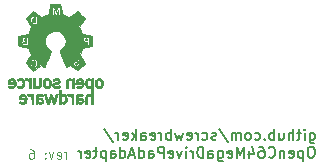
<source format=gbo>
G04 #@! TF.GenerationSoftware,KiCad,Pcbnew,5.1.5-52549c5~86~ubuntu18.04.1*
G04 #@! TF.CreationDate,2020-05-03T19:03:43+02:00*
G04 #@! TF.ProjectId,OpenC64MegaDrivePadAdapter,4f70656e-4336-4344-9d65-676144726976,5*
G04 #@! TF.SameCoordinates,Original*
G04 #@! TF.FileFunction,Legend,Bot*
G04 #@! TF.FilePolarity,Positive*
%FSLAX46Y46*%
G04 Gerber Fmt 4.6, Leading zero omitted, Abs format (unit mm)*
G04 Created by KiCad (PCBNEW 5.1.5-52549c5~86~ubuntu18.04.1) date 2020-05-03 19:03:43*
%MOMM*%
%LPD*%
G04 APERTURE LIST*
%ADD10C,0.100000*%
%ADD11C,0.150000*%
%ADD12C,0.010000*%
G04 APERTURE END LIST*
D10*
X152075952Y-109327904D02*
X152075952Y-108794571D01*
X152075952Y-108946952D02*
X152037857Y-108870761D01*
X151999761Y-108832666D01*
X151923571Y-108794571D01*
X151847380Y-108794571D01*
X151275952Y-109289809D02*
X151352142Y-109327904D01*
X151504523Y-109327904D01*
X151580714Y-109289809D01*
X151618809Y-109213619D01*
X151618809Y-108908857D01*
X151580714Y-108832666D01*
X151504523Y-108794571D01*
X151352142Y-108794571D01*
X151275952Y-108832666D01*
X151237857Y-108908857D01*
X151237857Y-108985047D01*
X151618809Y-109061238D01*
X150971190Y-108794571D02*
X150780714Y-109327904D01*
X150590238Y-108794571D01*
X150285476Y-109251714D02*
X150247380Y-109289809D01*
X150285476Y-109327904D01*
X150323571Y-109289809D01*
X150285476Y-109251714D01*
X150285476Y-109327904D01*
X150285476Y-108832666D02*
X150247380Y-108870761D01*
X150285476Y-108908857D01*
X150323571Y-108870761D01*
X150285476Y-108832666D01*
X150285476Y-108908857D01*
X148952142Y-108527904D02*
X149104523Y-108527904D01*
X149180714Y-108566000D01*
X149218809Y-108604095D01*
X149295000Y-108718380D01*
X149333095Y-108870761D01*
X149333095Y-109175523D01*
X149295000Y-109251714D01*
X149256904Y-109289809D01*
X149180714Y-109327904D01*
X149028333Y-109327904D01*
X148952142Y-109289809D01*
X148914047Y-109251714D01*
X148875952Y-109175523D01*
X148875952Y-108985047D01*
X148914047Y-108908857D01*
X148952142Y-108870761D01*
X149028333Y-108832666D01*
X149180714Y-108832666D01*
X149256904Y-108870761D01*
X149295000Y-108908857D01*
X149333095Y-108985047D01*
D11*
X172657500Y-107134142D02*
X172657500Y-107862714D01*
X172700357Y-107948428D01*
X172743214Y-107991285D01*
X172828928Y-108034142D01*
X172957500Y-108034142D01*
X173043214Y-107991285D01*
X172657500Y-107691285D02*
X172743214Y-107734142D01*
X172914642Y-107734142D01*
X173000357Y-107691285D01*
X173043214Y-107648428D01*
X173086071Y-107562714D01*
X173086071Y-107305571D01*
X173043214Y-107219857D01*
X173000357Y-107177000D01*
X172914642Y-107134142D01*
X172743214Y-107134142D01*
X172657500Y-107177000D01*
X172228928Y-107734142D02*
X172228928Y-107134142D01*
X172228928Y-106834142D02*
X172271785Y-106877000D01*
X172228928Y-106919857D01*
X172186071Y-106877000D01*
X172228928Y-106834142D01*
X172228928Y-106919857D01*
X171928928Y-107134142D02*
X171586071Y-107134142D01*
X171800357Y-106834142D02*
X171800357Y-107605571D01*
X171757500Y-107691285D01*
X171671785Y-107734142D01*
X171586071Y-107734142D01*
X171286071Y-107734142D02*
X171286071Y-106834142D01*
X170900357Y-107734142D02*
X170900357Y-107262714D01*
X170943214Y-107177000D01*
X171028928Y-107134142D01*
X171157500Y-107134142D01*
X171243214Y-107177000D01*
X171286071Y-107219857D01*
X170086071Y-107134142D02*
X170086071Y-107734142D01*
X170471785Y-107134142D02*
X170471785Y-107605571D01*
X170428928Y-107691285D01*
X170343214Y-107734142D01*
X170214642Y-107734142D01*
X170128928Y-107691285D01*
X170086071Y-107648428D01*
X169657500Y-107734142D02*
X169657500Y-106834142D01*
X169657500Y-107177000D02*
X169571785Y-107134142D01*
X169400357Y-107134142D01*
X169314642Y-107177000D01*
X169271785Y-107219857D01*
X169228928Y-107305571D01*
X169228928Y-107562714D01*
X169271785Y-107648428D01*
X169314642Y-107691285D01*
X169400357Y-107734142D01*
X169571785Y-107734142D01*
X169657500Y-107691285D01*
X168843214Y-107648428D02*
X168800357Y-107691285D01*
X168843214Y-107734142D01*
X168886071Y-107691285D01*
X168843214Y-107648428D01*
X168843214Y-107734142D01*
X168028928Y-107691285D02*
X168114642Y-107734142D01*
X168286071Y-107734142D01*
X168371785Y-107691285D01*
X168414642Y-107648428D01*
X168457500Y-107562714D01*
X168457500Y-107305571D01*
X168414642Y-107219857D01*
X168371785Y-107177000D01*
X168286071Y-107134142D01*
X168114642Y-107134142D01*
X168028928Y-107177000D01*
X167514642Y-107734142D02*
X167600357Y-107691285D01*
X167643214Y-107648428D01*
X167686071Y-107562714D01*
X167686071Y-107305571D01*
X167643214Y-107219857D01*
X167600357Y-107177000D01*
X167514642Y-107134142D01*
X167386071Y-107134142D01*
X167300357Y-107177000D01*
X167257500Y-107219857D01*
X167214642Y-107305571D01*
X167214642Y-107562714D01*
X167257500Y-107648428D01*
X167300357Y-107691285D01*
X167386071Y-107734142D01*
X167514642Y-107734142D01*
X166828928Y-107734142D02*
X166828928Y-107134142D01*
X166828928Y-107219857D02*
X166786071Y-107177000D01*
X166700357Y-107134142D01*
X166571785Y-107134142D01*
X166486071Y-107177000D01*
X166443214Y-107262714D01*
X166443214Y-107734142D01*
X166443214Y-107262714D02*
X166400357Y-107177000D01*
X166314642Y-107134142D01*
X166186071Y-107134142D01*
X166100357Y-107177000D01*
X166057500Y-107262714D01*
X166057500Y-107734142D01*
X164986071Y-106791285D02*
X165757500Y-107948428D01*
X164728928Y-107691285D02*
X164643214Y-107734142D01*
X164471785Y-107734142D01*
X164386071Y-107691285D01*
X164343214Y-107605571D01*
X164343214Y-107562714D01*
X164386071Y-107477000D01*
X164471785Y-107434142D01*
X164600357Y-107434142D01*
X164686071Y-107391285D01*
X164728928Y-107305571D01*
X164728928Y-107262714D01*
X164686071Y-107177000D01*
X164600357Y-107134142D01*
X164471785Y-107134142D01*
X164386071Y-107177000D01*
X163571785Y-107691285D02*
X163657500Y-107734142D01*
X163828928Y-107734142D01*
X163914642Y-107691285D01*
X163957500Y-107648428D01*
X164000357Y-107562714D01*
X164000357Y-107305571D01*
X163957500Y-107219857D01*
X163914642Y-107177000D01*
X163828928Y-107134142D01*
X163657500Y-107134142D01*
X163571785Y-107177000D01*
X163186071Y-107734142D02*
X163186071Y-107134142D01*
X163186071Y-107305571D02*
X163143214Y-107219857D01*
X163100357Y-107177000D01*
X163014642Y-107134142D01*
X162928928Y-107134142D01*
X162286071Y-107691285D02*
X162371785Y-107734142D01*
X162543214Y-107734142D01*
X162628928Y-107691285D01*
X162671785Y-107605571D01*
X162671785Y-107262714D01*
X162628928Y-107177000D01*
X162543214Y-107134142D01*
X162371785Y-107134142D01*
X162286071Y-107177000D01*
X162243214Y-107262714D01*
X162243214Y-107348428D01*
X162671785Y-107434142D01*
X161943214Y-107134142D02*
X161771785Y-107734142D01*
X161600357Y-107305571D01*
X161428928Y-107734142D01*
X161257500Y-107134142D01*
X160914642Y-107734142D02*
X160914642Y-106834142D01*
X160914642Y-107177000D02*
X160828928Y-107134142D01*
X160657500Y-107134142D01*
X160571785Y-107177000D01*
X160528928Y-107219857D01*
X160486071Y-107305571D01*
X160486071Y-107562714D01*
X160528928Y-107648428D01*
X160571785Y-107691285D01*
X160657500Y-107734142D01*
X160828928Y-107734142D01*
X160914642Y-107691285D01*
X160100357Y-107734142D02*
X160100357Y-107134142D01*
X160100357Y-107305571D02*
X160057500Y-107219857D01*
X160014642Y-107177000D01*
X159928928Y-107134142D01*
X159843214Y-107134142D01*
X159200357Y-107691285D02*
X159286071Y-107734142D01*
X159457500Y-107734142D01*
X159543214Y-107691285D01*
X159586071Y-107605571D01*
X159586071Y-107262714D01*
X159543214Y-107177000D01*
X159457500Y-107134142D01*
X159286071Y-107134142D01*
X159200357Y-107177000D01*
X159157500Y-107262714D01*
X159157500Y-107348428D01*
X159586071Y-107434142D01*
X158386071Y-107734142D02*
X158386071Y-107262714D01*
X158428928Y-107177000D01*
X158514642Y-107134142D01*
X158686071Y-107134142D01*
X158771785Y-107177000D01*
X158386071Y-107691285D02*
X158471785Y-107734142D01*
X158686071Y-107734142D01*
X158771785Y-107691285D01*
X158814642Y-107605571D01*
X158814642Y-107519857D01*
X158771785Y-107434142D01*
X158686071Y-107391285D01*
X158471785Y-107391285D01*
X158386071Y-107348428D01*
X157957500Y-107734142D02*
X157957500Y-106834142D01*
X157871785Y-107391285D02*
X157614642Y-107734142D01*
X157614642Y-107134142D02*
X157957500Y-107477000D01*
X156886071Y-107691285D02*
X156971785Y-107734142D01*
X157143214Y-107734142D01*
X157228928Y-107691285D01*
X157271785Y-107605571D01*
X157271785Y-107262714D01*
X157228928Y-107177000D01*
X157143214Y-107134142D01*
X156971785Y-107134142D01*
X156886071Y-107177000D01*
X156843214Y-107262714D01*
X156843214Y-107348428D01*
X157271785Y-107434142D01*
X156457500Y-107734142D02*
X156457500Y-107134142D01*
X156457500Y-107305571D02*
X156414642Y-107219857D01*
X156371785Y-107177000D01*
X156286071Y-107134142D01*
X156200357Y-107134142D01*
X155257500Y-106791285D02*
X156028928Y-107948428D01*
X172871785Y-108334142D02*
X172700357Y-108334142D01*
X172614642Y-108377000D01*
X172528928Y-108462714D01*
X172486071Y-108634142D01*
X172486071Y-108934142D01*
X172528928Y-109105571D01*
X172614642Y-109191285D01*
X172700357Y-109234142D01*
X172871785Y-109234142D01*
X172957500Y-109191285D01*
X173043214Y-109105571D01*
X173086071Y-108934142D01*
X173086071Y-108634142D01*
X173043214Y-108462714D01*
X172957500Y-108377000D01*
X172871785Y-108334142D01*
X172100357Y-108634142D02*
X172100357Y-109534142D01*
X172100357Y-108677000D02*
X172014642Y-108634142D01*
X171843214Y-108634142D01*
X171757500Y-108677000D01*
X171714642Y-108719857D01*
X171671785Y-108805571D01*
X171671785Y-109062714D01*
X171714642Y-109148428D01*
X171757500Y-109191285D01*
X171843214Y-109234142D01*
X172014642Y-109234142D01*
X172100357Y-109191285D01*
X170943214Y-109191285D02*
X171028928Y-109234142D01*
X171200357Y-109234142D01*
X171286071Y-109191285D01*
X171328928Y-109105571D01*
X171328928Y-108762714D01*
X171286071Y-108677000D01*
X171200357Y-108634142D01*
X171028928Y-108634142D01*
X170943214Y-108677000D01*
X170900357Y-108762714D01*
X170900357Y-108848428D01*
X171328928Y-108934142D01*
X170514642Y-108634142D02*
X170514642Y-109234142D01*
X170514642Y-108719857D02*
X170471785Y-108677000D01*
X170386071Y-108634142D01*
X170257500Y-108634142D01*
X170171785Y-108677000D01*
X170128928Y-108762714D01*
X170128928Y-109234142D01*
X169186071Y-109148428D02*
X169228928Y-109191285D01*
X169357500Y-109234142D01*
X169443214Y-109234142D01*
X169571785Y-109191285D01*
X169657500Y-109105571D01*
X169700357Y-109019857D01*
X169743214Y-108848428D01*
X169743214Y-108719857D01*
X169700357Y-108548428D01*
X169657500Y-108462714D01*
X169571785Y-108377000D01*
X169443214Y-108334142D01*
X169357500Y-108334142D01*
X169228928Y-108377000D01*
X169186071Y-108419857D01*
X168414642Y-108334142D02*
X168586071Y-108334142D01*
X168671785Y-108377000D01*
X168714642Y-108419857D01*
X168800357Y-108548428D01*
X168843214Y-108719857D01*
X168843214Y-109062714D01*
X168800357Y-109148428D01*
X168757500Y-109191285D01*
X168671785Y-109234142D01*
X168500357Y-109234142D01*
X168414642Y-109191285D01*
X168371785Y-109148428D01*
X168328928Y-109062714D01*
X168328928Y-108848428D01*
X168371785Y-108762714D01*
X168414642Y-108719857D01*
X168500357Y-108677000D01*
X168671785Y-108677000D01*
X168757500Y-108719857D01*
X168800357Y-108762714D01*
X168843214Y-108848428D01*
X167557500Y-108634142D02*
X167557500Y-109234142D01*
X167771785Y-108291285D02*
X167986071Y-108934142D01*
X167428928Y-108934142D01*
X167086071Y-109234142D02*
X167086071Y-108334142D01*
X166786071Y-108977000D01*
X166486071Y-108334142D01*
X166486071Y-109234142D01*
X165714642Y-109191285D02*
X165800357Y-109234142D01*
X165971785Y-109234142D01*
X166057500Y-109191285D01*
X166100357Y-109105571D01*
X166100357Y-108762714D01*
X166057500Y-108677000D01*
X165971785Y-108634142D01*
X165800357Y-108634142D01*
X165714642Y-108677000D01*
X165671785Y-108762714D01*
X165671785Y-108848428D01*
X166100357Y-108934142D01*
X164900357Y-108634142D02*
X164900357Y-109362714D01*
X164943214Y-109448428D01*
X164986071Y-109491285D01*
X165071785Y-109534142D01*
X165200357Y-109534142D01*
X165286071Y-109491285D01*
X164900357Y-109191285D02*
X164986071Y-109234142D01*
X165157500Y-109234142D01*
X165243214Y-109191285D01*
X165286071Y-109148428D01*
X165328928Y-109062714D01*
X165328928Y-108805571D01*
X165286071Y-108719857D01*
X165243214Y-108677000D01*
X165157500Y-108634142D01*
X164986071Y-108634142D01*
X164900357Y-108677000D01*
X164086071Y-109234142D02*
X164086071Y-108762714D01*
X164128928Y-108677000D01*
X164214642Y-108634142D01*
X164386071Y-108634142D01*
X164471785Y-108677000D01*
X164086071Y-109191285D02*
X164171785Y-109234142D01*
X164386071Y-109234142D01*
X164471785Y-109191285D01*
X164514642Y-109105571D01*
X164514642Y-109019857D01*
X164471785Y-108934142D01*
X164386071Y-108891285D01*
X164171785Y-108891285D01*
X164086071Y-108848428D01*
X163657500Y-109234142D02*
X163657500Y-108334142D01*
X163443214Y-108334142D01*
X163314642Y-108377000D01*
X163228928Y-108462714D01*
X163186071Y-108548428D01*
X163143214Y-108719857D01*
X163143214Y-108848428D01*
X163186071Y-109019857D01*
X163228928Y-109105571D01*
X163314642Y-109191285D01*
X163443214Y-109234142D01*
X163657500Y-109234142D01*
X162757500Y-109234142D02*
X162757500Y-108634142D01*
X162757500Y-108805571D02*
X162714642Y-108719857D01*
X162671785Y-108677000D01*
X162586071Y-108634142D01*
X162500357Y-108634142D01*
X162200357Y-109234142D02*
X162200357Y-108634142D01*
X162200357Y-108334142D02*
X162243214Y-108377000D01*
X162200357Y-108419857D01*
X162157500Y-108377000D01*
X162200357Y-108334142D01*
X162200357Y-108419857D01*
X161857500Y-108634142D02*
X161643214Y-109234142D01*
X161428928Y-108634142D01*
X160743214Y-109191285D02*
X160828928Y-109234142D01*
X161000357Y-109234142D01*
X161086071Y-109191285D01*
X161128928Y-109105571D01*
X161128928Y-108762714D01*
X161086071Y-108677000D01*
X161000357Y-108634142D01*
X160828928Y-108634142D01*
X160743214Y-108677000D01*
X160700357Y-108762714D01*
X160700357Y-108848428D01*
X161128928Y-108934142D01*
X160314642Y-109234142D02*
X160314642Y-108334142D01*
X159971785Y-108334142D01*
X159886071Y-108377000D01*
X159843214Y-108419857D01*
X159800357Y-108505571D01*
X159800357Y-108634142D01*
X159843214Y-108719857D01*
X159886071Y-108762714D01*
X159971785Y-108805571D01*
X160314642Y-108805571D01*
X159028928Y-109234142D02*
X159028928Y-108762714D01*
X159071785Y-108677000D01*
X159157500Y-108634142D01*
X159328928Y-108634142D01*
X159414642Y-108677000D01*
X159028928Y-109191285D02*
X159114642Y-109234142D01*
X159328928Y-109234142D01*
X159414642Y-109191285D01*
X159457500Y-109105571D01*
X159457500Y-109019857D01*
X159414642Y-108934142D01*
X159328928Y-108891285D01*
X159114642Y-108891285D01*
X159028928Y-108848428D01*
X158214642Y-109234142D02*
X158214642Y-108334142D01*
X158214642Y-109191285D02*
X158300357Y-109234142D01*
X158471785Y-109234142D01*
X158557500Y-109191285D01*
X158600357Y-109148428D01*
X158643214Y-109062714D01*
X158643214Y-108805571D01*
X158600357Y-108719857D01*
X158557500Y-108677000D01*
X158471785Y-108634142D01*
X158300357Y-108634142D01*
X158214642Y-108677000D01*
X157828928Y-108977000D02*
X157400357Y-108977000D01*
X157914642Y-109234142D02*
X157614642Y-108334142D01*
X157314642Y-109234142D01*
X156628928Y-109234142D02*
X156628928Y-108334142D01*
X156628928Y-109191285D02*
X156714642Y-109234142D01*
X156886071Y-109234142D01*
X156971785Y-109191285D01*
X157014642Y-109148428D01*
X157057500Y-109062714D01*
X157057500Y-108805571D01*
X157014642Y-108719857D01*
X156971785Y-108677000D01*
X156886071Y-108634142D01*
X156714642Y-108634142D01*
X156628928Y-108677000D01*
X155814642Y-109234142D02*
X155814642Y-108762714D01*
X155857500Y-108677000D01*
X155943214Y-108634142D01*
X156114642Y-108634142D01*
X156200357Y-108677000D01*
X155814642Y-109191285D02*
X155900357Y-109234142D01*
X156114642Y-109234142D01*
X156200357Y-109191285D01*
X156243214Y-109105571D01*
X156243214Y-109019857D01*
X156200357Y-108934142D01*
X156114642Y-108891285D01*
X155900357Y-108891285D01*
X155814642Y-108848428D01*
X155386071Y-108634142D02*
X155386071Y-109534142D01*
X155386071Y-108677000D02*
X155300357Y-108634142D01*
X155128928Y-108634142D01*
X155043214Y-108677000D01*
X155000357Y-108719857D01*
X154957500Y-108805571D01*
X154957500Y-109062714D01*
X155000357Y-109148428D01*
X155043214Y-109191285D01*
X155128928Y-109234142D01*
X155300357Y-109234142D01*
X155386071Y-109191285D01*
X154700357Y-108634142D02*
X154357500Y-108634142D01*
X154571785Y-108334142D02*
X154571785Y-109105571D01*
X154528928Y-109191285D01*
X154443214Y-109234142D01*
X154357500Y-109234142D01*
X153714642Y-109191285D02*
X153800357Y-109234142D01*
X153971785Y-109234142D01*
X154057500Y-109191285D01*
X154100357Y-109105571D01*
X154100357Y-108762714D01*
X154057500Y-108677000D01*
X153971785Y-108634142D01*
X153800357Y-108634142D01*
X153714642Y-108677000D01*
X153671785Y-108762714D01*
X153671785Y-108848428D01*
X154100357Y-108934142D01*
X153286071Y-109234142D02*
X153286071Y-108634142D01*
X153286071Y-108805571D02*
X153243214Y-108719857D01*
X153200357Y-108677000D01*
X153114642Y-108634142D01*
X153028928Y-108634142D01*
D12*
G36*
X153102979Y-103849341D02*
G01*
X153011052Y-103870923D01*
X153003976Y-103873749D01*
X152955663Y-103898869D01*
X152919869Y-103932246D01*
X152894802Y-103980058D01*
X152878669Y-104048483D01*
X152869679Y-104143700D01*
X152866040Y-104271886D01*
X152865667Y-104350615D01*
X152865667Y-104669167D01*
X152939750Y-104669167D01*
X152996265Y-104661350D01*
X153013833Y-104639698D01*
X153021637Y-104624646D01*
X153050504Y-104630602D01*
X153092392Y-104650282D01*
X153178073Y-104681880D01*
X153264767Y-104684577D01*
X153345453Y-104667107D01*
X153429650Y-104622838D01*
X153488270Y-104551957D01*
X153517309Y-104464278D01*
X153515458Y-104425750D01*
X153363083Y-104425750D01*
X153349013Y-104483186D01*
X153310167Y-104515959D01*
X153255565Y-104531307D01*
X153184368Y-104535101D01*
X153113990Y-104528166D01*
X153061843Y-104511327D01*
X153051581Y-104503714D01*
X153036503Y-104469392D01*
X153027585Y-104413014D01*
X153026963Y-104400779D01*
X153024417Y-104319917D01*
X153140833Y-104314438D01*
X153248790Y-104318545D01*
X153320565Y-104343156D01*
X153357334Y-104388859D01*
X153363083Y-104425750D01*
X153515458Y-104425750D01*
X153512761Y-104369615D01*
X153490866Y-104310847D01*
X153465576Y-104270528D01*
X153433289Y-104243021D01*
X153385209Y-104225064D01*
X153312540Y-104213395D01*
X153206486Y-104204755D01*
X153204333Y-104204614D01*
X153117214Y-104198440D01*
X153063664Y-104191581D01*
X153035002Y-104180702D01*
X153022547Y-104162467D01*
X153017619Y-104133540D01*
X153017539Y-104132836D01*
X153025731Y-104062593D01*
X153068716Y-104016115D01*
X153145952Y-103993855D01*
X153186735Y-103991833D01*
X153256193Y-103996730D01*
X153312731Y-104009106D01*
X153328645Y-104016233D01*
X153364843Y-104028355D01*
X153405070Y-104012629D01*
X153422890Y-104000358D01*
X153462269Y-103965125D01*
X153466751Y-103936275D01*
X153434430Y-103906033D01*
X153394036Y-103882616D01*
X153312465Y-103855596D01*
X153209448Y-103844368D01*
X153102979Y-103849341D01*
G37*
X153102979Y-103849341D02*
X153011052Y-103870923D01*
X153003976Y-103873749D01*
X152955663Y-103898869D01*
X152919869Y-103932246D01*
X152894802Y-103980058D01*
X152878669Y-104048483D01*
X152869679Y-104143700D01*
X152866040Y-104271886D01*
X152865667Y-104350615D01*
X152865667Y-104669167D01*
X152939750Y-104669167D01*
X152996265Y-104661350D01*
X153013833Y-104639698D01*
X153021637Y-104624646D01*
X153050504Y-104630602D01*
X153092392Y-104650282D01*
X153178073Y-104681880D01*
X153264767Y-104684577D01*
X153345453Y-104667107D01*
X153429650Y-104622838D01*
X153488270Y-104551957D01*
X153517309Y-104464278D01*
X153515458Y-104425750D01*
X153363083Y-104425750D01*
X153349013Y-104483186D01*
X153310167Y-104515959D01*
X153255565Y-104531307D01*
X153184368Y-104535101D01*
X153113990Y-104528166D01*
X153061843Y-104511327D01*
X153051581Y-104503714D01*
X153036503Y-104469392D01*
X153027585Y-104413014D01*
X153026963Y-104400779D01*
X153024417Y-104319917D01*
X153140833Y-104314438D01*
X153248790Y-104318545D01*
X153320565Y-104343156D01*
X153357334Y-104388859D01*
X153363083Y-104425750D01*
X153515458Y-104425750D01*
X153512761Y-104369615D01*
X153490866Y-104310847D01*
X153465576Y-104270528D01*
X153433289Y-104243021D01*
X153385209Y-104225064D01*
X153312540Y-104213395D01*
X153206486Y-104204755D01*
X153204333Y-104204614D01*
X153117214Y-104198440D01*
X153063664Y-104191581D01*
X153035002Y-104180702D01*
X153022547Y-104162467D01*
X153017619Y-104133540D01*
X153017539Y-104132836D01*
X153025731Y-104062593D01*
X153068716Y-104016115D01*
X153145952Y-103993855D01*
X153186735Y-103991833D01*
X153256193Y-103996730D01*
X153312731Y-104009106D01*
X153328645Y-104016233D01*
X153364843Y-104028355D01*
X153405070Y-104012629D01*
X153422890Y-104000358D01*
X153462269Y-103965125D01*
X153466751Y-103936275D01*
X153434430Y-103906033D01*
X153394036Y-103882616D01*
X153312465Y-103855596D01*
X153209448Y-103844368D01*
X153102979Y-103849341D01*
G36*
X151426333Y-104669167D02*
G01*
X151511000Y-104669167D01*
X151569871Y-104663924D01*
X151594130Y-104646544D01*
X151595667Y-104637417D01*
X151596546Y-104615397D01*
X151605688Y-104608833D01*
X151632851Y-104618808D01*
X151687791Y-104646405D01*
X151690917Y-104648000D01*
X151757672Y-104677763D01*
X151811620Y-104686338D01*
X151874748Y-104675763D01*
X151903750Y-104667721D01*
X151986908Y-104626439D01*
X152044349Y-104556409D01*
X152078727Y-104453872D01*
X152085798Y-104409637D01*
X152091452Y-104326251D01*
X151933173Y-104326251D01*
X151929350Y-104384226D01*
X151917186Y-104424717D01*
X151894575Y-104460048D01*
X151892433Y-104462792D01*
X151847157Y-104504897D01*
X151789791Y-104520198D01*
X151765000Y-104521000D01*
X151699170Y-104512355D01*
X151652264Y-104480027D01*
X151637568Y-104462792D01*
X151614101Y-104427353D01*
X151601238Y-104387664D01*
X151596871Y-104331402D01*
X151598895Y-104246243D01*
X151599241Y-104238468D01*
X151604776Y-104151439D01*
X151613811Y-104095664D01*
X151629419Y-104060065D01*
X151654670Y-104033565D01*
X151656471Y-104032093D01*
X151713194Y-104002100D01*
X151765000Y-103991833D01*
X151825453Y-104005308D01*
X151873529Y-104032093D01*
X151899426Y-104058408D01*
X151915502Y-104093187D01*
X151924831Y-104147508D01*
X151930483Y-104232449D01*
X151930760Y-104238468D01*
X151933173Y-104326251D01*
X152091452Y-104326251D01*
X152093870Y-104290608D01*
X152090236Y-104169831D01*
X152076083Y-104060795D01*
X152052602Y-103976993D01*
X152046518Y-103963707D01*
X151993218Y-103901782D01*
X151914401Y-103861919D01*
X151822064Y-103846564D01*
X151728205Y-103858166D01*
X151664458Y-103885768D01*
X151595667Y-103927711D01*
X151595667Y-103505000D01*
X151426333Y-103505000D01*
X151426333Y-104669167D01*
G37*
X151426333Y-104669167D02*
X151511000Y-104669167D01*
X151569871Y-104663924D01*
X151594130Y-104646544D01*
X151595667Y-104637417D01*
X151596546Y-104615397D01*
X151605688Y-104608833D01*
X151632851Y-104618808D01*
X151687791Y-104646405D01*
X151690917Y-104648000D01*
X151757672Y-104677763D01*
X151811620Y-104686338D01*
X151874748Y-104675763D01*
X151903750Y-104667721D01*
X151986908Y-104626439D01*
X152044349Y-104556409D01*
X152078727Y-104453872D01*
X152085798Y-104409637D01*
X152091452Y-104326251D01*
X151933173Y-104326251D01*
X151929350Y-104384226D01*
X151917186Y-104424717D01*
X151894575Y-104460048D01*
X151892433Y-104462792D01*
X151847157Y-104504897D01*
X151789791Y-104520198D01*
X151765000Y-104521000D01*
X151699170Y-104512355D01*
X151652264Y-104480027D01*
X151637568Y-104462792D01*
X151614101Y-104427353D01*
X151601238Y-104387664D01*
X151596871Y-104331402D01*
X151598895Y-104246243D01*
X151599241Y-104238468D01*
X151604776Y-104151439D01*
X151613811Y-104095664D01*
X151629419Y-104060065D01*
X151654670Y-104033565D01*
X151656471Y-104032093D01*
X151713194Y-104002100D01*
X151765000Y-103991833D01*
X151825453Y-104005308D01*
X151873529Y-104032093D01*
X151899426Y-104058408D01*
X151915502Y-104093187D01*
X151924831Y-104147508D01*
X151930483Y-104232449D01*
X151930760Y-104238468D01*
X151933173Y-104326251D01*
X152091452Y-104326251D01*
X152093870Y-104290608D01*
X152090236Y-104169831D01*
X152076083Y-104060795D01*
X152052602Y-103976993D01*
X152046518Y-103963707D01*
X151993218Y-103901782D01*
X151914401Y-103861919D01*
X151822064Y-103846564D01*
X151728205Y-103858166D01*
X151664458Y-103885768D01*
X151595667Y-103927711D01*
X151595667Y-103505000D01*
X151426333Y-103505000D01*
X151426333Y-104669167D01*
G36*
X149701795Y-103850223D02*
G01*
X149622283Y-103869907D01*
X149591476Y-103884946D01*
X149548457Y-103914540D01*
X149516747Y-103947763D01*
X149494409Y-103991495D01*
X149479506Y-104052615D01*
X149470101Y-104138002D01*
X149464257Y-104254537D01*
X149461549Y-104346375D01*
X149453310Y-104669167D01*
X149540238Y-104669167D01*
X149598259Y-104664920D01*
X149623717Y-104649726D01*
X149627167Y-104634136D01*
X149630405Y-104610887D01*
X149647325Y-104617923D01*
X149664761Y-104633128D01*
X149726748Y-104665545D01*
X149811104Y-104679771D01*
X149901243Y-104674185D01*
X149950159Y-104661037D01*
X150027460Y-104626924D01*
X150075311Y-104587879D01*
X150106087Y-104532433D01*
X150114559Y-104508723D01*
X150124313Y-104418995D01*
X149981536Y-104418995D01*
X149967561Y-104473257D01*
X149919172Y-104516965D01*
X149917743Y-104517700D01*
X149860413Y-104532160D01*
X149785862Y-104533443D01*
X149713150Y-104522862D01*
X149661341Y-104501734D01*
X149658928Y-104499843D01*
X149637096Y-104460574D01*
X149627273Y-104398665D01*
X149627167Y-104391408D01*
X149627167Y-104309333D01*
X149742206Y-104309333D01*
X149817861Y-104312920D01*
X149883517Y-104322073D01*
X149908652Y-104328878D01*
X149961699Y-104366696D01*
X149981536Y-104418995D01*
X150124313Y-104418995D01*
X150124749Y-104414985D01*
X150098539Y-104323980D01*
X150040220Y-104249961D01*
X150035530Y-104246164D01*
X149999570Y-104224049D01*
X149953625Y-104210964D01*
X149886377Y-104204821D01*
X149804229Y-104203500D01*
X149627167Y-104203500D01*
X149627167Y-104119578D01*
X149634639Y-104054712D01*
X149659946Y-104018763D01*
X149668109Y-104013745D01*
X149717855Y-103999184D01*
X149786391Y-103992825D01*
X149857536Y-103994523D01*
X149915108Y-104004135D01*
X149939347Y-104016146D01*
X149971463Y-104023134D01*
X150014428Y-104007924D01*
X150051865Y-103979962D01*
X150067397Y-103948692D01*
X150066429Y-103942859D01*
X150033700Y-103903225D01*
X149970129Y-103872834D01*
X149886460Y-103852997D01*
X149793435Y-103845023D01*
X149701795Y-103850223D01*
G37*
X149701795Y-103850223D02*
X149622283Y-103869907D01*
X149591476Y-103884946D01*
X149548457Y-103914540D01*
X149516747Y-103947763D01*
X149494409Y-103991495D01*
X149479506Y-104052615D01*
X149470101Y-104138002D01*
X149464257Y-104254537D01*
X149461549Y-104346375D01*
X149453310Y-104669167D01*
X149540238Y-104669167D01*
X149598259Y-104664920D01*
X149623717Y-104649726D01*
X149627167Y-104634136D01*
X149630405Y-104610887D01*
X149647325Y-104617923D01*
X149664761Y-104633128D01*
X149726748Y-104665545D01*
X149811104Y-104679771D01*
X149901243Y-104674185D01*
X149950159Y-104661037D01*
X150027460Y-104626924D01*
X150075311Y-104587879D01*
X150106087Y-104532433D01*
X150114559Y-104508723D01*
X150124313Y-104418995D01*
X149981536Y-104418995D01*
X149967561Y-104473257D01*
X149919172Y-104516965D01*
X149917743Y-104517700D01*
X149860413Y-104532160D01*
X149785862Y-104533443D01*
X149713150Y-104522862D01*
X149661341Y-104501734D01*
X149658928Y-104499843D01*
X149637096Y-104460574D01*
X149627273Y-104398665D01*
X149627167Y-104391408D01*
X149627167Y-104309333D01*
X149742206Y-104309333D01*
X149817861Y-104312920D01*
X149883517Y-104322073D01*
X149908652Y-104328878D01*
X149961699Y-104366696D01*
X149981536Y-104418995D01*
X150124313Y-104418995D01*
X150124749Y-104414985D01*
X150098539Y-104323980D01*
X150040220Y-104249961D01*
X150035530Y-104246164D01*
X149999570Y-104224049D01*
X149953625Y-104210964D01*
X149886377Y-104204821D01*
X149804229Y-104203500D01*
X149627167Y-104203500D01*
X149627167Y-104119578D01*
X149634639Y-104054712D01*
X149659946Y-104018763D01*
X149668109Y-104013745D01*
X149717855Y-103999184D01*
X149786391Y-103992825D01*
X149857536Y-103994523D01*
X149915108Y-104004135D01*
X149939347Y-104016146D01*
X149971463Y-104023134D01*
X150014428Y-104007924D01*
X150051865Y-103979962D01*
X150067397Y-103948692D01*
X150066429Y-103942859D01*
X150033700Y-103903225D01*
X149970129Y-103872834D01*
X149886460Y-103852997D01*
X149793435Y-103845023D01*
X149701795Y-103850223D01*
G36*
X148242238Y-103862582D02*
G01*
X148145384Y-103916120D01*
X148072948Y-103999466D01*
X148029445Y-104107807D01*
X148018500Y-104206829D01*
X148018500Y-104309333D01*
X148271251Y-104309333D01*
X148370423Y-104310815D01*
X148453345Y-104314850D01*
X148511308Y-104320820D01*
X148535581Y-104328068D01*
X148538843Y-104368214D01*
X148518938Y-104422117D01*
X148483695Y-104474698D01*
X148440941Y-104510877D01*
X148440590Y-104511060D01*
X148352729Y-104539458D01*
X148269331Y-104527733D01*
X148219583Y-104502748D01*
X148174888Y-104477984D01*
X148144076Y-104476608D01*
X148105493Y-104499003D01*
X148096998Y-104504926D01*
X148059025Y-104536268D01*
X148053240Y-104560392D01*
X148065248Y-104579337D01*
X148111881Y-104616301D01*
X148181664Y-104652063D01*
X148255979Y-104678540D01*
X148314833Y-104687702D01*
X148374489Y-104681403D01*
X148436012Y-104669782D01*
X148535903Y-104632336D01*
X148608573Y-104571472D01*
X148656945Y-104482800D01*
X148683944Y-104361933D01*
X148690337Y-104288167D01*
X148692866Y-104197769D01*
X148689532Y-104160652D01*
X148539077Y-104160652D01*
X148535474Y-104184937D01*
X148509905Y-104193600D01*
X148452948Y-104198800D01*
X148375465Y-104199712D01*
X148350114Y-104199036D01*
X148264965Y-104195192D01*
X148214060Y-104189522D01*
X148189313Y-104179671D01*
X148182638Y-104163284D01*
X148183747Y-104150583D01*
X148213022Y-104072420D01*
X148266303Y-104020588D01*
X148333667Y-103996100D01*
X148405192Y-103999970D01*
X148470956Y-104033211D01*
X148521036Y-104096836D01*
X148529081Y-104115318D01*
X148539077Y-104160652D01*
X148689532Y-104160652D01*
X148687055Y-104133086D01*
X148670308Y-104077891D01*
X148649721Y-104034337D01*
X148578091Y-103933601D01*
X148487120Y-103869888D01*
X148378315Y-103844186D01*
X148358998Y-103843667D01*
X148242238Y-103862582D01*
G37*
X148242238Y-103862582D02*
X148145384Y-103916120D01*
X148072948Y-103999466D01*
X148029445Y-104107807D01*
X148018500Y-104206829D01*
X148018500Y-104309333D01*
X148271251Y-104309333D01*
X148370423Y-104310815D01*
X148453345Y-104314850D01*
X148511308Y-104320820D01*
X148535581Y-104328068D01*
X148538843Y-104368214D01*
X148518938Y-104422117D01*
X148483695Y-104474698D01*
X148440941Y-104510877D01*
X148440590Y-104511060D01*
X148352729Y-104539458D01*
X148269331Y-104527733D01*
X148219583Y-104502748D01*
X148174888Y-104477984D01*
X148144076Y-104476608D01*
X148105493Y-104499003D01*
X148096998Y-104504926D01*
X148059025Y-104536268D01*
X148053240Y-104560392D01*
X148065248Y-104579337D01*
X148111881Y-104616301D01*
X148181664Y-104652063D01*
X148255979Y-104678540D01*
X148314833Y-104687702D01*
X148374489Y-104681403D01*
X148436012Y-104669782D01*
X148535903Y-104632336D01*
X148608573Y-104571472D01*
X148656945Y-104482800D01*
X148683944Y-104361933D01*
X148690337Y-104288167D01*
X148692866Y-104197769D01*
X148689532Y-104160652D01*
X148539077Y-104160652D01*
X148535474Y-104184937D01*
X148509905Y-104193600D01*
X148452948Y-104198800D01*
X148375465Y-104199712D01*
X148350114Y-104199036D01*
X148264965Y-104195192D01*
X148214060Y-104189522D01*
X148189313Y-104179671D01*
X148182638Y-104163284D01*
X148183747Y-104150583D01*
X148213022Y-104072420D01*
X148266303Y-104020588D01*
X148333667Y-103996100D01*
X148405192Y-103999970D01*
X148470956Y-104033211D01*
X148521036Y-104096836D01*
X148529081Y-104115318D01*
X148539077Y-104160652D01*
X148689532Y-104160652D01*
X148687055Y-104133086D01*
X148670308Y-104077891D01*
X148649721Y-104034337D01*
X148578091Y-103933601D01*
X148487120Y-103869888D01*
X148378315Y-103844186D01*
X148358998Y-103843667D01*
X148242238Y-103862582D01*
G36*
X153871821Y-102525005D02*
G01*
X153789135Y-102562689D01*
X153725073Y-102612919D01*
X153690356Y-102677021D01*
X153667267Y-102773568D01*
X153657091Y-102893954D01*
X153661109Y-103029573D01*
X153661777Y-103037410D01*
X153671613Y-103124037D01*
X153685847Y-103182594D01*
X153709454Y-103227338D01*
X153741607Y-103266258D01*
X153825104Y-103330023D01*
X153918955Y-103354611D01*
X154016380Y-103338944D01*
X154061832Y-103317158D01*
X154111172Y-103289247D01*
X154143000Y-103273475D01*
X154147460Y-103272167D01*
X154150674Y-103292133D01*
X154153413Y-103347230D01*
X154155471Y-103430258D01*
X154156642Y-103534015D01*
X154156833Y-103599939D01*
X154156833Y-103927711D01*
X154088042Y-103885768D01*
X153988932Y-103849042D01*
X153881688Y-103852003D01*
X153804558Y-103878271D01*
X153754688Y-103907098D01*
X153717470Y-103943868D01*
X153690874Y-103994981D01*
X153672870Y-104066836D01*
X153661430Y-104165831D01*
X153654522Y-104298365D01*
X153652715Y-104356958D01*
X153644219Y-104669167D01*
X153818167Y-104669167D01*
X153818167Y-104382454D01*
X153818522Y-104266788D01*
X153820397Y-104185543D01*
X153825005Y-104130808D01*
X153833561Y-104094673D01*
X153847276Y-104069225D01*
X153867366Y-104046556D01*
X153870121Y-104043788D01*
X153938320Y-104000506D01*
X153987500Y-103991833D01*
X154061790Y-104011620D01*
X154104879Y-104043788D01*
X154125774Y-104066644D01*
X154140157Y-104091373D01*
X154149240Y-104125888D01*
X154154238Y-104178098D01*
X154156364Y-104255914D01*
X154156831Y-104367248D01*
X154156833Y-104382454D01*
X154156833Y-104669167D01*
X154326167Y-104669167D01*
X154326167Y-102926630D01*
X154156833Y-102926630D01*
X154149555Y-103040431D01*
X154126353Y-103119359D01*
X154085171Y-103168536D01*
X154053233Y-103185084D01*
X154012480Y-103200320D01*
X153995950Y-103206995D01*
X153976916Y-103202020D01*
X153933611Y-103187675D01*
X153930076Y-103186446D01*
X153873812Y-103152799D01*
X153838337Y-103094937D01*
X153820988Y-103006844D01*
X153818167Y-102933500D01*
X153825636Y-102822793D01*
X153849688Y-102746319D01*
X153892790Y-102698401D01*
X153927710Y-102681378D01*
X154010164Y-102669731D01*
X154076579Y-102695572D01*
X154124530Y-102756306D01*
X154151593Y-102849338D01*
X154156833Y-102926630D01*
X154326167Y-102926630D01*
X154326167Y-102531333D01*
X154241500Y-102531333D01*
X154180653Y-102537399D01*
X154157302Y-102556332D01*
X154156833Y-102560801D01*
X154149030Y-102575854D01*
X154120163Y-102569897D01*
X154078275Y-102550218D01*
X154015841Y-102524350D01*
X153960238Y-102510766D01*
X153950595Y-102510167D01*
X153871821Y-102525005D01*
G37*
X153871821Y-102525005D02*
X153789135Y-102562689D01*
X153725073Y-102612919D01*
X153690356Y-102677021D01*
X153667267Y-102773568D01*
X153657091Y-102893954D01*
X153661109Y-103029573D01*
X153661777Y-103037410D01*
X153671613Y-103124037D01*
X153685847Y-103182594D01*
X153709454Y-103227338D01*
X153741607Y-103266258D01*
X153825104Y-103330023D01*
X153918955Y-103354611D01*
X154016380Y-103338944D01*
X154061832Y-103317158D01*
X154111172Y-103289247D01*
X154143000Y-103273475D01*
X154147460Y-103272167D01*
X154150674Y-103292133D01*
X154153413Y-103347230D01*
X154155471Y-103430258D01*
X154156642Y-103534015D01*
X154156833Y-103599939D01*
X154156833Y-103927711D01*
X154088042Y-103885768D01*
X153988932Y-103849042D01*
X153881688Y-103852003D01*
X153804558Y-103878271D01*
X153754688Y-103907098D01*
X153717470Y-103943868D01*
X153690874Y-103994981D01*
X153672870Y-104066836D01*
X153661430Y-104165831D01*
X153654522Y-104298365D01*
X153652715Y-104356958D01*
X153644219Y-104669167D01*
X153818167Y-104669167D01*
X153818167Y-104382454D01*
X153818522Y-104266788D01*
X153820397Y-104185543D01*
X153825005Y-104130808D01*
X153833561Y-104094673D01*
X153847276Y-104069225D01*
X153867366Y-104046556D01*
X153870121Y-104043788D01*
X153938320Y-104000506D01*
X153987500Y-103991833D01*
X154061790Y-104011620D01*
X154104879Y-104043788D01*
X154125774Y-104066644D01*
X154140157Y-104091373D01*
X154149240Y-104125888D01*
X154154238Y-104178098D01*
X154156364Y-104255914D01*
X154156831Y-104367248D01*
X154156833Y-104382454D01*
X154156833Y-104669167D01*
X154326167Y-104669167D01*
X154326167Y-102926630D01*
X154156833Y-102926630D01*
X154149555Y-103040431D01*
X154126353Y-103119359D01*
X154085171Y-103168536D01*
X154053233Y-103185084D01*
X154012480Y-103200320D01*
X153995950Y-103206995D01*
X153976916Y-103202020D01*
X153933611Y-103187675D01*
X153930076Y-103186446D01*
X153873812Y-103152799D01*
X153838337Y-103094937D01*
X153820988Y-103006844D01*
X153818167Y-102933500D01*
X153825636Y-102822793D01*
X153849688Y-102746319D01*
X153892790Y-102698401D01*
X153927710Y-102681378D01*
X154010164Y-102669731D01*
X154076579Y-102695572D01*
X154124530Y-102756306D01*
X154151593Y-102849338D01*
X154156833Y-102926630D01*
X154326167Y-102926630D01*
X154326167Y-102531333D01*
X154241500Y-102531333D01*
X154180653Y-102537399D01*
X154157302Y-102556332D01*
X154156833Y-102560801D01*
X154149030Y-102575854D01*
X154120163Y-102569897D01*
X154078275Y-102550218D01*
X154015841Y-102524350D01*
X153960238Y-102510766D01*
X153950595Y-102510167D01*
X153871821Y-102525005D01*
G36*
X152529100Y-103848229D02*
G01*
X152508501Y-103866499D01*
X152505833Y-103887726D01*
X152505833Y-103931786D01*
X152434543Y-103887726D01*
X152356123Y-103855543D01*
X152269686Y-103844688D01*
X152191789Y-103855961D01*
X152155337Y-103874196D01*
X152128999Y-103897021D01*
X152129898Y-103917242D01*
X152159438Y-103950504D01*
X152162463Y-103953571D01*
X152205611Y-103985601D01*
X152262066Y-104000015D01*
X152317792Y-104002417D01*
X152384752Y-104005727D01*
X152433739Y-104019412D01*
X152467514Y-104049099D01*
X152488839Y-104100419D01*
X152500474Y-104179000D01*
X152505181Y-104290471D01*
X152505833Y-104385761D01*
X152505833Y-104669167D01*
X152654000Y-104669167D01*
X152654000Y-103843667D01*
X152579917Y-103843667D01*
X152529100Y-103848229D01*
G37*
X152529100Y-103848229D02*
X152508501Y-103866499D01*
X152505833Y-103887726D01*
X152505833Y-103931786D01*
X152434543Y-103887726D01*
X152356123Y-103855543D01*
X152269686Y-103844688D01*
X152191789Y-103855961D01*
X152155337Y-103874196D01*
X152128999Y-103897021D01*
X152129898Y-103917242D01*
X152159438Y-103950504D01*
X152162463Y-103953571D01*
X152205611Y-103985601D01*
X152262066Y-104000015D01*
X152317792Y-104002417D01*
X152384752Y-104005727D01*
X152433739Y-104019412D01*
X152467514Y-104049099D01*
X152488839Y-104100419D01*
X152500474Y-104179000D01*
X152505181Y-104290471D01*
X152505833Y-104385761D01*
X152505833Y-104669167D01*
X152654000Y-104669167D01*
X152654000Y-103843667D01*
X152579917Y-103843667D01*
X152529100Y-103848229D01*
G36*
X150721693Y-103845404D02*
G01*
X150702580Y-103854796D01*
X150684972Y-103878111D01*
X150665596Y-103921619D01*
X150641175Y-103991589D01*
X150608437Y-104094289D01*
X150599097Y-104124125D01*
X150566241Y-104227105D01*
X150536818Y-104315447D01*
X150513532Y-104381309D01*
X150499088Y-104416850D01*
X150496898Y-104420412D01*
X150486595Y-104407111D01*
X150468383Y-104359661D01*
X150444587Y-104284990D01*
X150417533Y-104190026D01*
X150409322Y-104159350D01*
X150381509Y-104055898D01*
X150356597Y-103966802D01*
X150336957Y-103900298D01*
X150324964Y-103864618D01*
X150323512Y-103861598D01*
X150295875Y-103849367D01*
X150244998Y-103846900D01*
X150237218Y-103847493D01*
X150163662Y-103854250D01*
X150420706Y-104671104D01*
X150493605Y-104664843D01*
X150566505Y-104658583D01*
X150650169Y-104378730D01*
X150681376Y-104278241D01*
X150709437Y-104195066D01*
X150731804Y-104136242D01*
X150745926Y-104108809D01*
X150748308Y-104107822D01*
X150759264Y-104130356D01*
X150779206Y-104185887D01*
X150805541Y-104266690D01*
X150835680Y-104365043D01*
X150843947Y-104392967D01*
X150925112Y-104669167D01*
X150996470Y-104669167D01*
X151047382Y-104662103D01*
X151076188Y-104644880D01*
X151077197Y-104642708D01*
X151092802Y-104596243D01*
X151116663Y-104522307D01*
X151146411Y-104428537D01*
X151179675Y-104322570D01*
X151214086Y-104212045D01*
X151247274Y-104104597D01*
X151276870Y-104007864D01*
X151300505Y-103929484D01*
X151315807Y-103877094D01*
X151320500Y-103858550D01*
X151301924Y-103848904D01*
X151255832Y-103846769D01*
X151241221Y-103847680D01*
X151161942Y-103854250D01*
X151087763Y-104133003D01*
X151059745Y-104235880D01*
X151034664Y-104323519D01*
X151014870Y-104388034D01*
X151002710Y-104421535D01*
X151001069Y-104424211D01*
X150990802Y-104409652D01*
X150970900Y-104361236D01*
X150943835Y-104285674D01*
X150912077Y-104189676D01*
X150896469Y-104140167D01*
X150860418Y-104025134D01*
X150833594Y-103944496D01*
X150812892Y-103892152D01*
X150795207Y-103862001D01*
X150777434Y-103847939D01*
X150756468Y-103843866D01*
X150745587Y-103843667D01*
X150721693Y-103845404D01*
G37*
X150721693Y-103845404D02*
X150702580Y-103854796D01*
X150684972Y-103878111D01*
X150665596Y-103921619D01*
X150641175Y-103991589D01*
X150608437Y-104094289D01*
X150599097Y-104124125D01*
X150566241Y-104227105D01*
X150536818Y-104315447D01*
X150513532Y-104381309D01*
X150499088Y-104416850D01*
X150496898Y-104420412D01*
X150486595Y-104407111D01*
X150468383Y-104359661D01*
X150444587Y-104284990D01*
X150417533Y-104190026D01*
X150409322Y-104159350D01*
X150381509Y-104055898D01*
X150356597Y-103966802D01*
X150336957Y-103900298D01*
X150324964Y-103864618D01*
X150323512Y-103861598D01*
X150295875Y-103849367D01*
X150244998Y-103846900D01*
X150237218Y-103847493D01*
X150163662Y-103854250D01*
X150420706Y-104671104D01*
X150493605Y-104664843D01*
X150566505Y-104658583D01*
X150650169Y-104378730D01*
X150681376Y-104278241D01*
X150709437Y-104195066D01*
X150731804Y-104136242D01*
X150745926Y-104108809D01*
X150748308Y-104107822D01*
X150759264Y-104130356D01*
X150779206Y-104185887D01*
X150805541Y-104266690D01*
X150835680Y-104365043D01*
X150843947Y-104392967D01*
X150925112Y-104669167D01*
X150996470Y-104669167D01*
X151047382Y-104662103D01*
X151076188Y-104644880D01*
X151077197Y-104642708D01*
X151092802Y-104596243D01*
X151116663Y-104522307D01*
X151146411Y-104428537D01*
X151179675Y-104322570D01*
X151214086Y-104212045D01*
X151247274Y-104104597D01*
X151276870Y-104007864D01*
X151300505Y-103929484D01*
X151315807Y-103877094D01*
X151320500Y-103858550D01*
X151301924Y-103848904D01*
X151255832Y-103846769D01*
X151241221Y-103847680D01*
X151161942Y-103854250D01*
X151087763Y-104133003D01*
X151059745Y-104235880D01*
X151034664Y-104323519D01*
X151014870Y-104388034D01*
X151002710Y-104421535D01*
X151001069Y-104424211D01*
X150990802Y-104409652D01*
X150970900Y-104361236D01*
X150943835Y-104285674D01*
X150912077Y-104189676D01*
X150896469Y-104140167D01*
X150860418Y-104025134D01*
X150833594Y-103944496D01*
X150812892Y-103892152D01*
X150795207Y-103862001D01*
X150777434Y-103847939D01*
X150756468Y-103843866D01*
X150745587Y-103843667D01*
X150721693Y-103845404D01*
G36*
X149142190Y-103848402D02*
G01*
X149121588Y-103866889D01*
X149119167Y-103886000D01*
X149116818Y-103916899D01*
X149103654Y-103925014D01*
X149070498Y-103910352D01*
X149029720Y-103886079D01*
X148933170Y-103849624D01*
X148831239Y-103849329D01*
X148772037Y-103867719D01*
X148719248Y-103891771D01*
X148771902Y-103960805D01*
X148808392Y-104003968D01*
X148837721Y-104018313D01*
X148876276Y-104010200D01*
X148888006Y-104005889D01*
X148945543Y-103992960D01*
X148997322Y-104007959D01*
X149008546Y-104013985D01*
X149051336Y-104043919D01*
X149081671Y-104082759D01*
X149101564Y-104137724D01*
X149113026Y-104216035D01*
X149118070Y-104324914D01*
X149118855Y-104409875D01*
X149119167Y-104669167D01*
X149267333Y-104669167D01*
X149267333Y-103843667D01*
X149193250Y-103843667D01*
X149142190Y-103848402D01*
G37*
X149142190Y-103848402D02*
X149121588Y-103866889D01*
X149119167Y-103886000D01*
X149116818Y-103916899D01*
X149103654Y-103925014D01*
X149070498Y-103910352D01*
X149029720Y-103886079D01*
X148933170Y-103849624D01*
X148831239Y-103849329D01*
X148772037Y-103867719D01*
X148719248Y-103891771D01*
X148771902Y-103960805D01*
X148808392Y-104003968D01*
X148837721Y-104018313D01*
X148876276Y-104010200D01*
X148888006Y-104005889D01*
X148945543Y-103992960D01*
X148997322Y-104007959D01*
X149008546Y-104013985D01*
X149051336Y-104043919D01*
X149081671Y-104082759D01*
X149101564Y-104137724D01*
X149113026Y-104216035D01*
X149118070Y-104324914D01*
X149118855Y-104409875D01*
X149119167Y-104669167D01*
X149267333Y-104669167D01*
X149267333Y-103843667D01*
X149193250Y-103843667D01*
X149142190Y-103848402D01*
G36*
X154720166Y-102522930D02*
G01*
X154619786Y-102568067D01*
X154541294Y-102648127D01*
X154514519Y-102694520D01*
X154488037Y-102777821D01*
X154475012Y-102880957D01*
X154475068Y-102990369D01*
X154487828Y-103092499D01*
X154512918Y-103173786D01*
X154528558Y-103200531D01*
X154608726Y-103285080D01*
X154700510Y-103333713D01*
X154796247Y-103351613D01*
X154873007Y-103353333D01*
X154928896Y-103340444D01*
X154980387Y-103311094D01*
X155049512Y-103258401D01*
X155095747Y-103206047D01*
X155123487Y-103143707D01*
X155137125Y-103061058D01*
X155141055Y-102947776D01*
X155141083Y-102933500D01*
X155140708Y-102903680D01*
X155002368Y-102903680D01*
X154998867Y-102996419D01*
X154975951Y-103081398D01*
X154933721Y-103147619D01*
X154890930Y-103177717D01*
X154835030Y-103200209D01*
X154797821Y-103205161D01*
X154759457Y-103192553D01*
X154729577Y-103177560D01*
X154674446Y-103126933D01*
X154638038Y-103048336D01*
X154622467Y-102952739D01*
X154629850Y-102851113D01*
X154652202Y-102776388D01*
X154700491Y-102709634D01*
X154770240Y-102673617D01*
X154849988Y-102672458D01*
X154895385Y-102688903D01*
X154950728Y-102738923D01*
X154986355Y-102814182D01*
X155002368Y-102903680D01*
X155140708Y-102903680D01*
X155139813Y-102832520D01*
X155134883Y-102763566D01*
X155124616Y-102716379D01*
X155107336Y-102680697D01*
X155097442Y-102666485D01*
X155014443Y-102580253D01*
X154918272Y-102530851D01*
X154837778Y-102515297D01*
X154720166Y-102522930D01*
G37*
X154720166Y-102522930D02*
X154619786Y-102568067D01*
X154541294Y-102648127D01*
X154514519Y-102694520D01*
X154488037Y-102777821D01*
X154475012Y-102880957D01*
X154475068Y-102990369D01*
X154487828Y-103092499D01*
X154512918Y-103173786D01*
X154528558Y-103200531D01*
X154608726Y-103285080D01*
X154700510Y-103333713D01*
X154796247Y-103351613D01*
X154873007Y-103353333D01*
X154928896Y-103340444D01*
X154980387Y-103311094D01*
X155049512Y-103258401D01*
X155095747Y-103206047D01*
X155123487Y-103143707D01*
X155137125Y-103061058D01*
X155141055Y-102947776D01*
X155141083Y-102933500D01*
X155140708Y-102903680D01*
X155002368Y-102903680D01*
X154998867Y-102996419D01*
X154975951Y-103081398D01*
X154933721Y-103147619D01*
X154890930Y-103177717D01*
X154835030Y-103200209D01*
X154797821Y-103205161D01*
X154759457Y-103192553D01*
X154729577Y-103177560D01*
X154674446Y-103126933D01*
X154638038Y-103048336D01*
X154622467Y-102952739D01*
X154629850Y-102851113D01*
X154652202Y-102776388D01*
X154700491Y-102709634D01*
X154770240Y-102673617D01*
X154849988Y-102672458D01*
X154895385Y-102688903D01*
X154950728Y-102738923D01*
X154986355Y-102814182D01*
X155002368Y-102903680D01*
X155140708Y-102903680D01*
X155139813Y-102832520D01*
X155134883Y-102763566D01*
X155124616Y-102716379D01*
X155107336Y-102680697D01*
X155097442Y-102666485D01*
X155014443Y-102580253D01*
X154918272Y-102530851D01*
X154837778Y-102515297D01*
X154720166Y-102522930D01*
G36*
X153055625Y-102546659D02*
G01*
X153035484Y-102556425D01*
X152952762Y-102613233D01*
X152897156Y-102688006D01*
X152863686Y-102789168D01*
X152852098Y-102866613D01*
X152838470Y-102997000D01*
X153106068Y-102997000D01*
X153216514Y-102997340D01*
X153291481Y-102999112D01*
X153337825Y-103003442D01*
X153362400Y-103011455D01*
X153372060Y-103024278D01*
X153373667Y-103040961D01*
X153359324Y-103083370D01*
X153323689Y-103134080D01*
X153311795Y-103146795D01*
X153239779Y-103196129D01*
X153157993Y-103207065D01*
X153061775Y-103180057D01*
X153045771Y-103172743D01*
X152995635Y-103151055D01*
X152965387Y-103149808D01*
X152937177Y-103170261D01*
X152926068Y-103181192D01*
X152897988Y-103218834D01*
X152901104Y-103251006D01*
X152938724Y-103284289D01*
X152993260Y-103314802D01*
X153108650Y-103350922D01*
X153231674Y-103349494D01*
X153346134Y-103312803D01*
X153426473Y-103257535D01*
X153480743Y-103181427D01*
X153511131Y-103079278D01*
X153519825Y-102945888D01*
X153518692Y-102902746D01*
X153514502Y-102840534D01*
X153373570Y-102840534D01*
X153348297Y-102859325D01*
X153291168Y-102867910D01*
X153197062Y-102869999D01*
X153193750Y-102870000D01*
X153106591Y-102869438D01*
X153053392Y-102866205D01*
X153025781Y-102857984D01*
X153015387Y-102842456D01*
X153013833Y-102820174D01*
X153032798Y-102755950D01*
X153081142Y-102700342D01*
X153146040Y-102665256D01*
X153187448Y-102659006D01*
X153269289Y-102675003D01*
X153328473Y-102724598D01*
X153349043Y-102757483D01*
X153372111Y-102807824D01*
X153373570Y-102840534D01*
X153514502Y-102840534D01*
X153512001Y-102803420D01*
X153500247Y-102735197D01*
X153481021Y-102686929D01*
X153467609Y-102666469D01*
X153378781Y-102576467D01*
X153278110Y-102525887D01*
X153169192Y-102515645D01*
X153055625Y-102546659D01*
G37*
X153055625Y-102546659D02*
X153035484Y-102556425D01*
X152952762Y-102613233D01*
X152897156Y-102688006D01*
X152863686Y-102789168D01*
X152852098Y-102866613D01*
X152838470Y-102997000D01*
X153106068Y-102997000D01*
X153216514Y-102997340D01*
X153291481Y-102999112D01*
X153337825Y-103003442D01*
X153362400Y-103011455D01*
X153372060Y-103024278D01*
X153373667Y-103040961D01*
X153359324Y-103083370D01*
X153323689Y-103134080D01*
X153311795Y-103146795D01*
X153239779Y-103196129D01*
X153157993Y-103207065D01*
X153061775Y-103180057D01*
X153045771Y-103172743D01*
X152995635Y-103151055D01*
X152965387Y-103149808D01*
X152937177Y-103170261D01*
X152926068Y-103181192D01*
X152897988Y-103218834D01*
X152901104Y-103251006D01*
X152938724Y-103284289D01*
X152993260Y-103314802D01*
X153108650Y-103350922D01*
X153231674Y-103349494D01*
X153346134Y-103312803D01*
X153426473Y-103257535D01*
X153480743Y-103181427D01*
X153511131Y-103079278D01*
X153519825Y-102945888D01*
X153518692Y-102902746D01*
X153514502Y-102840534D01*
X153373570Y-102840534D01*
X153348297Y-102859325D01*
X153291168Y-102867910D01*
X153197062Y-102869999D01*
X153193750Y-102870000D01*
X153106591Y-102869438D01*
X153053392Y-102866205D01*
X153025781Y-102857984D01*
X153015387Y-102842456D01*
X153013833Y-102820174D01*
X153032798Y-102755950D01*
X153081142Y-102700342D01*
X153146040Y-102665256D01*
X153187448Y-102659006D01*
X153269289Y-102675003D01*
X153328473Y-102724598D01*
X153349043Y-102757483D01*
X153372111Y-102807824D01*
X153373570Y-102840534D01*
X153514502Y-102840534D01*
X153512001Y-102803420D01*
X153500247Y-102735197D01*
X153481021Y-102686929D01*
X153467609Y-102666469D01*
X153378781Y-102576467D01*
X153278110Y-102525887D01*
X153169192Y-102515645D01*
X153055625Y-102546659D01*
G36*
X151131131Y-102518244D02*
G01*
X151027422Y-102537480D01*
X150963048Y-102561852D01*
X150913375Y-102592728D01*
X150900888Y-102622359D01*
X150922845Y-102663568D01*
X150937350Y-102682101D01*
X150965135Y-102712816D01*
X150990235Y-102720433D01*
X151029436Y-102706805D01*
X151054485Y-102695029D01*
X151149339Y-102664129D01*
X151236672Y-102661980D01*
X151305937Y-102688356D01*
X151320500Y-102700667D01*
X151351531Y-102738018D01*
X151362833Y-102762655D01*
X151343817Y-102802309D01*
X151295356Y-102833635D01*
X151230337Y-102848897D01*
X151218447Y-102849338D01*
X151083824Y-102862554D01*
X150979942Y-102899363D01*
X150908884Y-102958410D01*
X150872731Y-103038340D01*
X150868473Y-103077096D01*
X150882154Y-103180518D01*
X150929595Y-103259288D01*
X151011284Y-103313832D01*
X151127704Y-103344574D01*
X151180056Y-103350027D01*
X151268366Y-103351763D01*
X151338849Y-103339467D01*
X151414854Y-103308948D01*
X151418448Y-103307237D01*
X151494923Y-103267149D01*
X151535056Y-103234518D01*
X151542608Y-103203245D01*
X151521342Y-103167234D01*
X151511564Y-103156350D01*
X151465359Y-103107167D01*
X151377054Y-103157662D01*
X151288937Y-103194254D01*
X151201496Y-103207210D01*
X151123277Y-103198156D01*
X151062828Y-103168719D01*
X151028695Y-103120523D01*
X151024167Y-103090526D01*
X151041546Y-103042952D01*
X151094701Y-103012402D01*
X151185162Y-102998187D01*
X151231920Y-102996921D01*
X151336800Y-102980977D01*
X151418372Y-102938247D01*
X151475127Y-102876105D01*
X151505559Y-102801925D01*
X151508159Y-102723084D01*
X151481420Y-102646954D01*
X151423835Y-102580911D01*
X151333896Y-102532329D01*
X151327345Y-102530099D01*
X151237850Y-102515196D01*
X151131131Y-102518244D01*
G37*
X151131131Y-102518244D02*
X151027422Y-102537480D01*
X150963048Y-102561852D01*
X150913375Y-102592728D01*
X150900888Y-102622359D01*
X150922845Y-102663568D01*
X150937350Y-102682101D01*
X150965135Y-102712816D01*
X150990235Y-102720433D01*
X151029436Y-102706805D01*
X151054485Y-102695029D01*
X151149339Y-102664129D01*
X151236672Y-102661980D01*
X151305937Y-102688356D01*
X151320500Y-102700667D01*
X151351531Y-102738018D01*
X151362833Y-102762655D01*
X151343817Y-102802309D01*
X151295356Y-102833635D01*
X151230337Y-102848897D01*
X151218447Y-102849338D01*
X151083824Y-102862554D01*
X150979942Y-102899363D01*
X150908884Y-102958410D01*
X150872731Y-103038340D01*
X150868473Y-103077096D01*
X150882154Y-103180518D01*
X150929595Y-103259288D01*
X151011284Y-103313832D01*
X151127704Y-103344574D01*
X151180056Y-103350027D01*
X151268366Y-103351763D01*
X151338849Y-103339467D01*
X151414854Y-103308948D01*
X151418448Y-103307237D01*
X151494923Y-103267149D01*
X151535056Y-103234518D01*
X151542608Y-103203245D01*
X151521342Y-103167234D01*
X151511564Y-103156350D01*
X151465359Y-103107167D01*
X151377054Y-103157662D01*
X151288937Y-103194254D01*
X151201496Y-103207210D01*
X151123277Y-103198156D01*
X151062828Y-103168719D01*
X151028695Y-103120523D01*
X151024167Y-103090526D01*
X151041546Y-103042952D01*
X151094701Y-103012402D01*
X151185162Y-102998187D01*
X151231920Y-102996921D01*
X151336800Y-102980977D01*
X151418372Y-102938247D01*
X151475127Y-102876105D01*
X151505559Y-102801925D01*
X151508159Y-102723084D01*
X151481420Y-102646954D01*
X151423835Y-102580911D01*
X151333896Y-102532329D01*
X151327345Y-102530099D01*
X151237850Y-102515196D01*
X151131131Y-102518244D01*
G36*
X150294438Y-102526555D02*
G01*
X150242946Y-102555906D01*
X150173822Y-102608598D01*
X150127587Y-102660952D01*
X150099847Y-102723292D01*
X150086208Y-102805941D01*
X150082278Y-102919224D01*
X150082250Y-102933500D01*
X150085214Y-103049096D01*
X150096828Y-103133072D01*
X150121175Y-103195893D01*
X150162340Y-103248025D01*
X150224404Y-103299934D01*
X150225555Y-103300794D01*
X150306965Y-103338637D01*
X150406713Y-103352310D01*
X150508053Y-103341339D01*
X150585132Y-103310992D01*
X150663034Y-103247725D01*
X150714427Y-103163670D01*
X150741439Y-103053420D01*
X150745177Y-102942025D01*
X150600833Y-102942025D01*
X150591433Y-103047576D01*
X150561263Y-103120979D01*
X150507370Y-103168488D01*
X150489870Y-103177042D01*
X150433480Y-103199818D01*
X150396029Y-103205163D01*
X150357851Y-103193014D01*
X150324922Y-103176532D01*
X150277462Y-103139855D01*
X150248207Y-103084047D01*
X150234435Y-103001281D01*
X150232718Y-102911416D01*
X150241336Y-102810881D01*
X150265712Y-102743403D01*
X150310081Y-102701300D01*
X150359467Y-102681635D01*
X150448047Y-102673974D01*
X150518246Y-102703230D01*
X150568124Y-102767310D01*
X150595739Y-102864119D01*
X150600833Y-102942025D01*
X150745177Y-102942025D01*
X150746200Y-102911566D01*
X150745858Y-102902746D01*
X150739168Y-102803420D01*
X150727414Y-102735197D01*
X150708187Y-102686929D01*
X150694776Y-102666469D01*
X150614607Y-102581920D01*
X150522824Y-102533287D01*
X150427086Y-102515387D01*
X150350327Y-102513667D01*
X150294438Y-102526555D01*
G37*
X150294438Y-102526555D02*
X150242946Y-102555906D01*
X150173822Y-102608598D01*
X150127587Y-102660952D01*
X150099847Y-102723292D01*
X150086208Y-102805941D01*
X150082278Y-102919224D01*
X150082250Y-102933500D01*
X150085214Y-103049096D01*
X150096828Y-103133072D01*
X150121175Y-103195893D01*
X150162340Y-103248025D01*
X150224404Y-103299934D01*
X150225555Y-103300794D01*
X150306965Y-103338637D01*
X150406713Y-103352310D01*
X150508053Y-103341339D01*
X150585132Y-103310992D01*
X150663034Y-103247725D01*
X150714427Y-103163670D01*
X150741439Y-103053420D01*
X150745177Y-102942025D01*
X150600833Y-102942025D01*
X150591433Y-103047576D01*
X150561263Y-103120979D01*
X150507370Y-103168488D01*
X150489870Y-103177042D01*
X150433480Y-103199818D01*
X150396029Y-103205163D01*
X150357851Y-103193014D01*
X150324922Y-103176532D01*
X150277462Y-103139855D01*
X150248207Y-103084047D01*
X150234435Y-103001281D01*
X150232718Y-102911416D01*
X150241336Y-102810881D01*
X150265712Y-102743403D01*
X150310081Y-102701300D01*
X150359467Y-102681635D01*
X150448047Y-102673974D01*
X150518246Y-102703230D01*
X150568124Y-102767310D01*
X150595739Y-102864119D01*
X150600833Y-102942025D01*
X150745177Y-102942025D01*
X150746200Y-102911566D01*
X150745858Y-102902746D01*
X150739168Y-102803420D01*
X150727414Y-102735197D01*
X150708187Y-102686929D01*
X150694776Y-102666469D01*
X150614607Y-102581920D01*
X150522824Y-102533287D01*
X150427086Y-102515387D01*
X150350327Y-102513667D01*
X150294438Y-102526555D01*
G36*
X149753494Y-102811792D02*
G01*
X149752062Y-102938629D01*
X149747040Y-103030165D01*
X149736281Y-103093408D01*
X149717641Y-103135367D01*
X149688971Y-103163048D01*
X149648127Y-103183461D01*
X149638521Y-103187207D01*
X149565002Y-103200192D01*
X149502588Y-103175328D01*
X149458386Y-103130478D01*
X149440446Y-103103322D01*
X149428285Y-103070204D01*
X149420813Y-103022829D01*
X149416943Y-102952899D01*
X149415584Y-102852119D01*
X149415500Y-102803645D01*
X149415500Y-102531333D01*
X149267333Y-102531333D01*
X149267333Y-103335667D01*
X149341417Y-103335667D01*
X149392580Y-103330860D01*
X149413179Y-103312279D01*
X149415500Y-103293971D01*
X149418058Y-103269967D01*
X149431991Y-103267285D01*
X149466689Y-103287215D01*
X149492537Y-103304554D01*
X149588196Y-103347226D01*
X149687693Y-103352049D01*
X149743583Y-103336640D01*
X149810532Y-103290579D01*
X149868658Y-103218493D01*
X149902839Y-103143404D01*
X149910815Y-103094546D01*
X149917360Y-103014375D01*
X149921810Y-102913905D01*
X149923499Y-102804148D01*
X149923500Y-102801348D01*
X149923500Y-102531333D01*
X149754167Y-102531333D01*
X149753494Y-102811792D01*
G37*
X149753494Y-102811792D02*
X149752062Y-102938629D01*
X149747040Y-103030165D01*
X149736281Y-103093408D01*
X149717641Y-103135367D01*
X149688971Y-103163048D01*
X149648127Y-103183461D01*
X149638521Y-103187207D01*
X149565002Y-103200192D01*
X149502588Y-103175328D01*
X149458386Y-103130478D01*
X149440446Y-103103322D01*
X149428285Y-103070204D01*
X149420813Y-103022829D01*
X149416943Y-102952899D01*
X149415584Y-102852119D01*
X149415500Y-102803645D01*
X149415500Y-102531333D01*
X149267333Y-102531333D01*
X149267333Y-103335667D01*
X149341417Y-103335667D01*
X149392580Y-103330860D01*
X149413179Y-103312279D01*
X149415500Y-103293971D01*
X149418058Y-103269967D01*
X149431991Y-103267285D01*
X149466689Y-103287215D01*
X149492537Y-103304554D01*
X149588196Y-103347226D01*
X149687693Y-103352049D01*
X149743583Y-103336640D01*
X149810532Y-103290579D01*
X149868658Y-103218493D01*
X149902839Y-103143404D01*
X149910815Y-103094546D01*
X149917360Y-103014375D01*
X149921810Y-102913905D01*
X149923499Y-102804148D01*
X149923500Y-102801348D01*
X149923500Y-102531333D01*
X149754167Y-102531333D01*
X149753494Y-102811792D01*
G36*
X148021443Y-102532545D02*
G01*
X147933475Y-102573030D01*
X147909810Y-102591220D01*
X147846139Y-102648110D01*
X147899783Y-102698505D01*
X147937963Y-102731000D01*
X147965824Y-102736140D01*
X148003244Y-102716237D01*
X148010667Y-102711394D01*
X148071620Y-102685236D01*
X148142988Y-102672011D01*
X148148918Y-102671764D01*
X148235735Y-102687220D01*
X148299767Y-102737635D01*
X148339547Y-102821394D01*
X148351877Y-102895084D01*
X148350098Y-103009939D01*
X148322677Y-103094574D01*
X148268059Y-103153581D01*
X148263346Y-103156760D01*
X148184599Y-103186147D01*
X148094434Y-103187468D01*
X148013077Y-103160778D01*
X148005424Y-103156063D01*
X147965674Y-103133802D01*
X147937344Y-103137158D01*
X147900340Y-103167971D01*
X147869832Y-103207546D01*
X147872485Y-103242618D01*
X147911008Y-103277877D01*
X147986750Y-103317389D01*
X148104087Y-103351896D01*
X148218782Y-103345382D01*
X148315640Y-103309208D01*
X148407184Y-103242225D01*
X148468287Y-103148109D01*
X148499806Y-103025162D01*
X148504869Y-102934307D01*
X148489422Y-102788711D01*
X148444478Y-102672582D01*
X148370518Y-102586632D01*
X148268024Y-102531571D01*
X148223778Y-102519347D01*
X148124276Y-102513262D01*
X148021443Y-102532545D01*
G37*
X148021443Y-102532545D02*
X147933475Y-102573030D01*
X147909810Y-102591220D01*
X147846139Y-102648110D01*
X147899783Y-102698505D01*
X147937963Y-102731000D01*
X147965824Y-102736140D01*
X148003244Y-102716237D01*
X148010667Y-102711394D01*
X148071620Y-102685236D01*
X148142988Y-102672011D01*
X148148918Y-102671764D01*
X148235735Y-102687220D01*
X148299767Y-102737635D01*
X148339547Y-102821394D01*
X148351877Y-102895084D01*
X148350098Y-103009939D01*
X148322677Y-103094574D01*
X148268059Y-103153581D01*
X148263346Y-103156760D01*
X148184599Y-103186147D01*
X148094434Y-103187468D01*
X148013077Y-103160778D01*
X148005424Y-103156063D01*
X147965674Y-103133802D01*
X147937344Y-103137158D01*
X147900340Y-103167971D01*
X147869832Y-103207546D01*
X147872485Y-103242618D01*
X147911008Y-103277877D01*
X147986750Y-103317389D01*
X148104087Y-103351896D01*
X148218782Y-103345382D01*
X148315640Y-103309208D01*
X148407184Y-103242225D01*
X148468287Y-103148109D01*
X148499806Y-103025162D01*
X148504869Y-102934307D01*
X148489422Y-102788711D01*
X148444478Y-102672582D01*
X148370518Y-102586632D01*
X148268024Y-102531571D01*
X148223778Y-102519347D01*
X148124276Y-102513262D01*
X148021443Y-102532545D01*
G36*
X147322851Y-102537570D02*
G01*
X147228590Y-102587471D01*
X147161298Y-102669614D01*
X147121794Y-102783159D01*
X147112148Y-102859644D01*
X147103402Y-102997000D01*
X147372716Y-102997000D01*
X147484097Y-102997550D01*
X147559382Y-102999741D01*
X147604799Y-103004387D01*
X147626575Y-103012300D01*
X147630940Y-103024295D01*
X147629181Y-103030481D01*
X147617739Y-103071474D01*
X147616333Y-103084408D01*
X147602108Y-103111171D01*
X147567183Y-103150253D01*
X147560326Y-103156761D01*
X147484817Y-103200318D01*
X147395672Y-103203919D01*
X147308483Y-103175054D01*
X147258644Y-103154618D01*
X147225016Y-103155495D01*
X147186730Y-103178575D01*
X147184293Y-103180346D01*
X147147400Y-103213264D01*
X147141958Y-103241136D01*
X147170658Y-103270774D01*
X147234822Y-103308269D01*
X147346040Y-103346776D01*
X147465736Y-103354532D01*
X147576973Y-103330647D01*
X147586379Y-103326747D01*
X147673590Y-103266520D01*
X147736552Y-103174681D01*
X147773388Y-103055556D01*
X147782224Y-102913469D01*
X147780230Y-102879627D01*
X147778497Y-102870000D01*
X147642089Y-102870000D01*
X147463406Y-102870000D01*
X147380462Y-102868626D01*
X147314766Y-102864964D01*
X147276990Y-102859706D01*
X147272340Y-102857617D01*
X147268300Y-102827534D01*
X147283740Y-102779645D01*
X147311757Y-102729255D01*
X147345447Y-102691665D01*
X147348063Y-102689752D01*
X147419964Y-102662296D01*
X147495509Y-102669739D01*
X147563657Y-102707277D01*
X147613369Y-102770104D01*
X147628415Y-102811792D01*
X147642089Y-102870000D01*
X147778497Y-102870000D01*
X147755365Y-102741518D01*
X147705137Y-102637173D01*
X147629145Y-102566166D01*
X147526991Y-102528072D01*
X147443261Y-102520750D01*
X147322851Y-102537570D01*
G37*
X147322851Y-102537570D02*
X147228590Y-102587471D01*
X147161298Y-102669614D01*
X147121794Y-102783159D01*
X147112148Y-102859644D01*
X147103402Y-102997000D01*
X147372716Y-102997000D01*
X147484097Y-102997550D01*
X147559382Y-102999741D01*
X147604799Y-103004387D01*
X147626575Y-103012300D01*
X147630940Y-103024295D01*
X147629181Y-103030481D01*
X147617739Y-103071474D01*
X147616333Y-103084408D01*
X147602108Y-103111171D01*
X147567183Y-103150253D01*
X147560326Y-103156761D01*
X147484817Y-103200318D01*
X147395672Y-103203919D01*
X147308483Y-103175054D01*
X147258644Y-103154618D01*
X147225016Y-103155495D01*
X147186730Y-103178575D01*
X147184293Y-103180346D01*
X147147400Y-103213264D01*
X147141958Y-103241136D01*
X147170658Y-103270774D01*
X147234822Y-103308269D01*
X147346040Y-103346776D01*
X147465736Y-103354532D01*
X147576973Y-103330647D01*
X147586379Y-103326747D01*
X147673590Y-103266520D01*
X147736552Y-103174681D01*
X147773388Y-103055556D01*
X147782224Y-102913469D01*
X147780230Y-102879627D01*
X147778497Y-102870000D01*
X147642089Y-102870000D01*
X147463406Y-102870000D01*
X147380462Y-102868626D01*
X147314766Y-102864964D01*
X147276990Y-102859706D01*
X147272340Y-102857617D01*
X147268300Y-102827534D01*
X147283740Y-102779645D01*
X147311757Y-102729255D01*
X147345447Y-102691665D01*
X147348063Y-102689752D01*
X147419964Y-102662296D01*
X147495509Y-102669739D01*
X147563657Y-102707277D01*
X147613369Y-102770104D01*
X147628415Y-102811792D01*
X147642089Y-102870000D01*
X147778497Y-102870000D01*
X147755365Y-102741518D01*
X147705137Y-102637173D01*
X147629145Y-102566166D01*
X147526991Y-102528072D01*
X147443261Y-102520750D01*
X147322851Y-102537570D01*
G36*
X152198700Y-102540643D02*
G01*
X152142914Y-102569436D01*
X152101648Y-102606749D01*
X152072837Y-102658875D01*
X152054418Y-102732104D01*
X152044323Y-102832727D01*
X152040491Y-102967038D01*
X152040246Y-103023458D01*
X152040167Y-103335667D01*
X152185054Y-103335667D01*
X152191985Y-103052070D01*
X152195737Y-102932703D01*
X152200878Y-102848174D01*
X152208448Y-102790993D01*
X152219487Y-102753667D01*
X152235035Y-102728702D01*
X152237225Y-102726212D01*
X152302587Y-102680832D01*
X152375447Y-102670820D01*
X152445005Y-102693368D01*
X152500462Y-102745671D01*
X152525897Y-102801242D01*
X152535192Y-102855986D01*
X152542574Y-102939901D01*
X152547094Y-103039837D01*
X152548049Y-103108125D01*
X152548167Y-103335667D01*
X152696333Y-103335667D01*
X152696333Y-102531333D01*
X152622250Y-102531333D01*
X152567457Y-102538218D01*
X152548301Y-102560192D01*
X152548167Y-102563083D01*
X152545481Y-102586481D01*
X152531373Y-102591787D01*
X152496764Y-102578044D01*
X152447862Y-102552500D01*
X152361371Y-102517464D01*
X152281902Y-102514944D01*
X152198700Y-102540643D01*
G37*
X152198700Y-102540643D02*
X152142914Y-102569436D01*
X152101648Y-102606749D01*
X152072837Y-102658875D01*
X152054418Y-102732104D01*
X152044323Y-102832727D01*
X152040491Y-102967038D01*
X152040246Y-103023458D01*
X152040167Y-103335667D01*
X152185054Y-103335667D01*
X152191985Y-103052070D01*
X152195737Y-102932703D01*
X152200878Y-102848174D01*
X152208448Y-102790993D01*
X152219487Y-102753667D01*
X152235035Y-102728702D01*
X152237225Y-102726212D01*
X152302587Y-102680832D01*
X152375447Y-102670820D01*
X152445005Y-102693368D01*
X152500462Y-102745671D01*
X152525897Y-102801242D01*
X152535192Y-102855986D01*
X152542574Y-102939901D01*
X152547094Y-103039837D01*
X152548049Y-103108125D01*
X152548167Y-103335667D01*
X152696333Y-103335667D01*
X152696333Y-102531333D01*
X152622250Y-102531333D01*
X152567457Y-102538218D01*
X152548301Y-102560192D01*
X152548167Y-102563083D01*
X152545481Y-102586481D01*
X152531373Y-102591787D01*
X152496764Y-102578044D01*
X152447862Y-102552500D01*
X152361371Y-102517464D01*
X152281902Y-102514944D01*
X152198700Y-102540643D01*
G36*
X148656951Y-102516434D02*
G01*
X148578678Y-102530789D01*
X148539729Y-102554195D01*
X148537504Y-102589824D01*
X148562342Y-102631817D01*
X148607372Y-102673554D01*
X148645893Y-102682489D01*
X148741787Y-102673940D01*
X148812403Y-102692614D01*
X148858526Y-102730759D01*
X148878713Y-102757017D01*
X148892444Y-102785951D01*
X148900954Y-102825894D01*
X148905475Y-102885178D01*
X148907242Y-102972138D01*
X148907500Y-103061680D01*
X148907500Y-103335667D01*
X149055667Y-103335667D01*
X149055667Y-102531333D01*
X148981583Y-102531333D01*
X148930420Y-102536139D01*
X148909821Y-102554721D01*
X148907500Y-102573029D01*
X148904832Y-102596657D01*
X148890703Y-102599217D01*
X148855931Y-102579263D01*
X148828125Y-102560522D01*
X148763504Y-102524473D01*
X148701724Y-102513662D01*
X148656951Y-102516434D01*
G37*
X148656951Y-102516434D02*
X148578678Y-102530789D01*
X148539729Y-102554195D01*
X148537504Y-102589824D01*
X148562342Y-102631817D01*
X148607372Y-102673554D01*
X148645893Y-102682489D01*
X148741787Y-102673940D01*
X148812403Y-102692614D01*
X148858526Y-102730759D01*
X148878713Y-102757017D01*
X148892444Y-102785951D01*
X148900954Y-102825894D01*
X148905475Y-102885178D01*
X148907242Y-102972138D01*
X148907500Y-103061680D01*
X148907500Y-103335667D01*
X149055667Y-103335667D01*
X149055667Y-102531333D01*
X148981583Y-102531333D01*
X148930420Y-102536139D01*
X148909821Y-102554721D01*
X148907500Y-102573029D01*
X148904832Y-102596657D01*
X148890703Y-102599217D01*
X148855931Y-102579263D01*
X148828125Y-102560522D01*
X148763504Y-102524473D01*
X148701724Y-102513662D01*
X148656951Y-102516434D01*
G36*
X150990137Y-96223809D02*
G01*
X150886723Y-96224680D01*
X150813877Y-96226939D01*
X150765715Y-96231251D01*
X150736355Y-96238277D01*
X150719913Y-96248679D01*
X150710506Y-96263119D01*
X150706925Y-96271292D01*
X150696748Y-96307129D01*
X150680974Y-96376870D01*
X150661221Y-96472705D01*
X150639111Y-96586822D01*
X150620219Y-96689333D01*
X150597322Y-96810575D01*
X150575039Y-96917928D01*
X150555030Y-97004175D01*
X150538955Y-97062095D01*
X150529548Y-97083740D01*
X150502095Y-97099813D01*
X150444102Y-97127194D01*
X150364607Y-97162165D01*
X150272649Y-97201012D01*
X150177266Y-97240016D01*
X150087496Y-97275463D01*
X150012377Y-97303636D01*
X149960947Y-97320818D01*
X149944421Y-97324333D01*
X149920351Y-97312895D01*
X149867161Y-97281002D01*
X149802156Y-97239667D01*
X149584833Y-97239667D01*
X149584833Y-97917000D01*
X149384487Y-97917000D01*
X149290118Y-97916294D01*
X149227014Y-97912443D01*
X149184111Y-97902842D01*
X149150345Y-97884889D01*
X149114650Y-97855980D01*
X149110807Y-97852613D01*
X149047530Y-97770766D01*
X149012435Y-97668575D01*
X149005114Y-97556919D01*
X149025159Y-97446672D01*
X149072160Y-97348711D01*
X149132182Y-97283869D01*
X149165553Y-97262400D01*
X149206156Y-97249119D01*
X149264552Y-97242192D01*
X149351304Y-97239783D01*
X149386605Y-97239667D01*
X149584833Y-97239667D01*
X149802156Y-97239667D01*
X149790546Y-97232285D01*
X149696199Y-97170376D01*
X149589813Y-97098906D01*
X149572191Y-97086919D01*
X149223763Y-96849506D01*
X148623372Y-97449897D01*
X148728743Y-97604074D01*
X148787860Y-97690508D01*
X148859611Y-97795319D01*
X148932679Y-97901976D01*
X148969088Y-97955089D01*
X149104062Y-98151929D01*
X148981456Y-98441923D01*
X148936655Y-98545918D01*
X148895920Y-98636847D01*
X148862773Y-98707113D01*
X148840737Y-98749117D01*
X148835550Y-98756603D01*
X148807876Y-98768363D01*
X148745788Y-98785483D01*
X148656605Y-98806236D01*
X148547651Y-98828895D01*
X148452417Y-98847005D01*
X148330822Y-98869864D01*
X148221045Y-98891721D01*
X148131042Y-98910896D01*
X148068770Y-98925711D01*
X148044958Y-98932989D01*
X148028410Y-98941253D01*
X148016221Y-98953848D01*
X148007725Y-98976673D01*
X148002257Y-99015631D01*
X147999149Y-99076620D01*
X147997736Y-99165542D01*
X147997350Y-99288298D01*
X147997333Y-99354630D01*
X147998454Y-99516344D01*
X148001871Y-99637251D01*
X148007670Y-99718822D01*
X148015935Y-99762524D01*
X148021181Y-99770740D01*
X148048880Y-99779288D01*
X148111044Y-99793921D01*
X148200497Y-99813093D01*
X148310062Y-99835260D01*
X148416485Y-99855841D01*
X148538041Y-99880068D01*
X148645945Y-99903843D01*
X148732941Y-99925385D01*
X148791778Y-99942915D01*
X148814374Y-99953476D01*
X148831124Y-99981936D01*
X148859772Y-100042303D01*
X148896944Y-100127000D01*
X148939264Y-100228452D01*
X148961667Y-100284019D01*
X149082527Y-100587288D01*
X148852967Y-100925046D01*
X148623406Y-101262804D01*
X149223224Y-101862622D01*
X149555923Y-101636193D01*
X149888622Y-101409765D01*
X150045569Y-101495903D01*
X150117955Y-101533867D01*
X150175345Y-101560663D01*
X150208563Y-101572135D01*
X150212895Y-101571661D01*
X150224382Y-101548975D01*
X150249371Y-101492582D01*
X150285575Y-101408050D01*
X150330708Y-101300952D01*
X150355350Y-101241888D01*
X149598648Y-101241888D01*
X149578137Y-101358411D01*
X149525837Y-101456253D01*
X149444333Y-101529113D01*
X149405966Y-101549060D01*
X149313240Y-101575394D01*
X149223864Y-101566865D01*
X149174958Y-101549648D01*
X149114714Y-101513258D01*
X149060177Y-101461966D01*
X149022938Y-101408343D01*
X149013333Y-101374371D01*
X149031073Y-101346520D01*
X149071542Y-101322785D01*
X149117182Y-101311285D01*
X149143466Y-101324915D01*
X149150917Y-101335726D01*
X149190923Y-101395696D01*
X149225572Y-101426409D01*
X149267261Y-101437039D01*
X149288803Y-101437722D01*
X149359749Y-101422769D01*
X149406886Y-101376413D01*
X149431729Y-101296411D01*
X149436667Y-101219000D01*
X149426598Y-101114134D01*
X149395345Y-101044470D01*
X149341341Y-101007693D01*
X149288386Y-101000278D01*
X149216615Y-101016833D01*
X149173962Y-101053357D01*
X149131449Y-101090709D01*
X149086194Y-101095061D01*
X149076945Y-101092998D01*
X149029928Y-101068017D01*
X149021897Y-101027708D01*
X149052854Y-100973250D01*
X149076619Y-100947304D01*
X149163234Y-100886826D01*
X149258929Y-100862509D01*
X149355751Y-100871759D01*
X149445744Y-100911984D01*
X149520953Y-100980588D01*
X149573423Y-101074980D01*
X149584789Y-101112983D01*
X149598648Y-101241888D01*
X150355350Y-101241888D01*
X150382484Y-101176856D01*
X150438616Y-101041334D01*
X150496818Y-100899957D01*
X150554804Y-100758295D01*
X150610287Y-100621918D01*
X150660981Y-100496398D01*
X150704600Y-100387304D01*
X150738856Y-100300208D01*
X150761465Y-100240680D01*
X150770139Y-100214290D01*
X150770167Y-100213893D01*
X150754377Y-100189834D01*
X150712339Y-100148504D01*
X150652048Y-100097521D01*
X150629433Y-100079818D01*
X150478186Y-99941663D01*
X150365870Y-99788429D01*
X150290975Y-99617548D01*
X150253635Y-99441000D01*
X150253374Y-99267516D01*
X150291315Y-99096148D01*
X150326261Y-99017667D01*
X148822833Y-99017667D01*
X148822833Y-99695000D01*
X148609775Y-99695000D01*
X148514910Y-99692902D01*
X148432768Y-99687257D01*
X148374701Y-99679041D01*
X148355994Y-99673206D01*
X148311949Y-99632292D01*
X148273841Y-99569099D01*
X148252711Y-99503372D01*
X148251333Y-99486008D01*
X148264453Y-99442486D01*
X148296591Y-99390712D01*
X148302142Y-99383866D01*
X148334010Y-99340910D01*
X148339108Y-99311527D01*
X148323308Y-99282946D01*
X148295686Y-99212390D01*
X148303933Y-99136213D01*
X148345621Y-99069621D01*
X148372528Y-99045813D01*
X148402250Y-99030637D01*
X148444580Y-99022170D01*
X148509314Y-99018487D01*
X148606246Y-99017667D01*
X148822833Y-99017667D01*
X150326261Y-99017667D01*
X150363600Y-98933812D01*
X150466371Y-98787427D01*
X150595770Y-98663911D01*
X150736119Y-98575877D01*
X150912021Y-98510081D01*
X151086818Y-98483040D01*
X151256844Y-98491471D01*
X151418433Y-98532092D01*
X151567921Y-98601623D01*
X151701642Y-98696780D01*
X151815931Y-98814282D01*
X151907122Y-98950847D01*
X151971550Y-99103193D01*
X152005550Y-99268039D01*
X152005456Y-99442102D01*
X151967602Y-99622100D01*
X151952725Y-99665192D01*
X151872313Y-99825373D01*
X151754994Y-99970555D01*
X151630567Y-100079818D01*
X151565995Y-100132319D01*
X151517028Y-100177689D01*
X151491662Y-100208309D01*
X151489833Y-100213893D01*
X151497629Y-100238189D01*
X151519492Y-100295947D01*
X151553136Y-100381596D01*
X151596273Y-100489566D01*
X151646619Y-100614286D01*
X151701887Y-100750185D01*
X151759790Y-100891693D01*
X151818042Y-101033239D01*
X151874357Y-101169252D01*
X151926448Y-101294163D01*
X151972029Y-101402400D01*
X152008814Y-101488393D01*
X152034516Y-101546571D01*
X152046848Y-101571364D01*
X152047105Y-101571661D01*
X152069028Y-101566921D01*
X152118533Y-101545317D01*
X152186453Y-101511000D01*
X152214680Y-101495766D01*
X152371876Y-101409492D01*
X152685280Y-101622981D01*
X152787565Y-101692283D01*
X152878544Y-101753217D01*
X152952138Y-101801770D01*
X153002270Y-101833928D01*
X153022170Y-101845483D01*
X153043645Y-101833942D01*
X153089753Y-101796483D01*
X153155594Y-101737517D01*
X153236266Y-101661455D01*
X153326867Y-101572708D01*
X153341048Y-101558537D01*
X153626070Y-101272968D01*
X153162000Y-101272968D01*
X153142871Y-101351731D01*
X153091156Y-101416363D01*
X153015366Y-101462889D01*
X152924013Y-101487338D01*
X152825606Y-101485736D01*
X152751337Y-101464652D01*
X152670309Y-101411624D01*
X152622821Y-101336914D01*
X152611667Y-101270061D01*
X152626837Y-101192853D01*
X152674598Y-101130782D01*
X152758326Y-101080660D01*
X152845586Y-101049343D01*
X152925326Y-101023165D01*
X152971107Y-101000830D01*
X152990499Y-100977972D01*
X152992667Y-100964507D01*
X152973484Y-100925997D01*
X152938189Y-100909800D01*
X152879657Y-100907525D01*
X152824595Y-100924313D01*
X152787942Y-100953956D01*
X152781000Y-100975129D01*
X152765546Y-100998811D01*
X152715648Y-101007238D01*
X152706917Y-101007333D01*
X152651283Y-100996581D01*
X152632058Y-100964956D01*
X152649374Y-100913403D01*
X152686655Y-100861952D01*
X152754015Y-100810364D01*
X152840262Y-100783307D01*
X152933033Y-100780543D01*
X153019967Y-100801833D01*
X153088703Y-100846938D01*
X153107350Y-100870074D01*
X153138842Y-100948872D01*
X153129834Y-101023589D01*
X153082137Y-101091385D01*
X152997568Y-101149424D01*
X152904913Y-101186818D01*
X152831801Y-101212073D01*
X152790938Y-101233333D01*
X152773479Y-101256775D01*
X152770417Y-101280736D01*
X152787465Y-101324505D01*
X152830298Y-101350061D01*
X152886449Y-101357323D01*
X152943450Y-101346214D01*
X152988833Y-101316652D01*
X153007767Y-101282245D01*
X153031630Y-101254057D01*
X153074569Y-101239353D01*
X153120760Y-101239086D01*
X153154381Y-101254206D01*
X153162000Y-101272968D01*
X153626070Y-101272968D01*
X153636441Y-101262578D01*
X153177473Y-100587288D01*
X153298333Y-100284019D01*
X153341976Y-100176953D01*
X153382186Y-100082792D01*
X153415589Y-100009111D01*
X153438809Y-99963485D01*
X153445626Y-99953476D01*
X153474227Y-99940858D01*
X153537269Y-99922685D01*
X153627496Y-99900740D01*
X153737655Y-99876800D01*
X153843516Y-99855841D01*
X153964768Y-99832322D01*
X154072169Y-99810451D01*
X154158544Y-99791771D01*
X154216715Y-99777828D01*
X154238819Y-99770740D01*
X154248024Y-99744613D01*
X154255144Y-99684318D01*
X154260203Y-99597969D01*
X154263227Y-99493677D01*
X154264243Y-99379556D01*
X154263274Y-99263719D01*
X154260348Y-99154278D01*
X154255488Y-99059346D01*
X154251588Y-99017667D01*
X153966333Y-99017667D01*
X153966333Y-99695000D01*
X153818167Y-99695000D01*
X153818167Y-99441000D01*
X153703374Y-99441000D01*
X153624821Y-99436233D01*
X153569054Y-99418103D01*
X153523458Y-99386202D01*
X153482979Y-99346024D01*
X153463786Y-99303503D01*
X153458410Y-99240325D01*
X153458333Y-99226489D01*
X153463723Y-99152114D01*
X153483845Y-99101246D01*
X153510288Y-99069621D01*
X153537993Y-99045268D01*
X153568735Y-99029979D01*
X153612696Y-99021672D01*
X153680057Y-99018265D01*
X153764288Y-99017667D01*
X153966333Y-99017667D01*
X154251588Y-99017667D01*
X154248721Y-98987037D01*
X154240073Y-98945463D01*
X154236209Y-98939342D01*
X154207678Y-98929322D01*
X154144579Y-98913704D01*
X154054064Y-98894047D01*
X153943289Y-98871910D01*
X153828750Y-98850534D01*
X153705830Y-98827249D01*
X153596810Y-98804536D01*
X153508777Y-98784040D01*
X153448815Y-98767401D01*
X153424451Y-98756826D01*
X153408283Y-98729251D01*
X153379487Y-98670151D01*
X153341583Y-98587130D01*
X153298097Y-98487794D01*
X153278545Y-98441923D01*
X153155939Y-98151929D01*
X153290913Y-97955089D01*
X153359920Y-97854402D01*
X153433792Y-97746534D01*
X153501213Y-97648014D01*
X153531258Y-97604074D01*
X153636629Y-97449897D01*
X153336433Y-97149701D01*
X153036237Y-96849506D01*
X152687809Y-97086919D01*
X152580036Y-97159573D01*
X152483397Y-97223243D01*
X152403586Y-97274297D01*
X152346297Y-97309104D01*
X152317223Y-97324032D01*
X152315579Y-97324333D01*
X152284600Y-97316380D01*
X152224003Y-97294998D01*
X152142825Y-97263904D01*
X152050104Y-97226815D01*
X151954880Y-97187445D01*
X151866189Y-97149512D01*
X151793070Y-97116732D01*
X151744561Y-97092821D01*
X151730452Y-97083740D01*
X151719082Y-97055923D01*
X151702352Y-96993578D01*
X151681923Y-96903923D01*
X151659454Y-96794178D01*
X151639782Y-96689333D01*
X151616945Y-96566003D01*
X151599662Y-96477667D01*
X151489833Y-96477667D01*
X151489833Y-97155000D01*
X151362833Y-97155000D01*
X151360824Y-96927458D01*
X151358814Y-96699917D01*
X151244360Y-97144417D01*
X151170541Y-97150716D01*
X151096721Y-97157016D01*
X151041487Y-96939049D01*
X150986253Y-96721083D01*
X150984043Y-96938042D01*
X150981833Y-97155000D01*
X150833667Y-97155000D01*
X150833667Y-96477667D01*
X151057247Y-96477667D01*
X151107873Y-96679317D01*
X151130499Y-96762608D01*
X151150962Y-96825699D01*
X151166496Y-96860696D01*
X151172746Y-96864526D01*
X151184155Y-96837851D01*
X151202639Y-96780377D01*
X151225000Y-96702374D01*
X151235588Y-96662875D01*
X151284184Y-96477666D01*
X151387009Y-96477666D01*
X151489833Y-96477667D01*
X151599662Y-96477667D01*
X151595129Y-96454504D01*
X151575952Y-96362647D01*
X151561034Y-96298241D01*
X151553075Y-96271292D01*
X151544928Y-96254773D01*
X151532450Y-96242598D01*
X151509756Y-96234103D01*
X151470965Y-96228626D01*
X151410193Y-96225506D01*
X151321557Y-96224079D01*
X151199174Y-96223684D01*
X151130000Y-96223667D01*
X150990137Y-96223809D01*
G37*
X150990137Y-96223809D02*
X150886723Y-96224680D01*
X150813877Y-96226939D01*
X150765715Y-96231251D01*
X150736355Y-96238277D01*
X150719913Y-96248679D01*
X150710506Y-96263119D01*
X150706925Y-96271292D01*
X150696748Y-96307129D01*
X150680974Y-96376870D01*
X150661221Y-96472705D01*
X150639111Y-96586822D01*
X150620219Y-96689333D01*
X150597322Y-96810575D01*
X150575039Y-96917928D01*
X150555030Y-97004175D01*
X150538955Y-97062095D01*
X150529548Y-97083740D01*
X150502095Y-97099813D01*
X150444102Y-97127194D01*
X150364607Y-97162165D01*
X150272649Y-97201012D01*
X150177266Y-97240016D01*
X150087496Y-97275463D01*
X150012377Y-97303636D01*
X149960947Y-97320818D01*
X149944421Y-97324333D01*
X149920351Y-97312895D01*
X149867161Y-97281002D01*
X149802156Y-97239667D01*
X149584833Y-97239667D01*
X149584833Y-97917000D01*
X149384487Y-97917000D01*
X149290118Y-97916294D01*
X149227014Y-97912443D01*
X149184111Y-97902842D01*
X149150345Y-97884889D01*
X149114650Y-97855980D01*
X149110807Y-97852613D01*
X149047530Y-97770766D01*
X149012435Y-97668575D01*
X149005114Y-97556919D01*
X149025159Y-97446672D01*
X149072160Y-97348711D01*
X149132182Y-97283869D01*
X149165553Y-97262400D01*
X149206156Y-97249119D01*
X149264552Y-97242192D01*
X149351304Y-97239783D01*
X149386605Y-97239667D01*
X149584833Y-97239667D01*
X149802156Y-97239667D01*
X149790546Y-97232285D01*
X149696199Y-97170376D01*
X149589813Y-97098906D01*
X149572191Y-97086919D01*
X149223763Y-96849506D01*
X148623372Y-97449897D01*
X148728743Y-97604074D01*
X148787860Y-97690508D01*
X148859611Y-97795319D01*
X148932679Y-97901976D01*
X148969088Y-97955089D01*
X149104062Y-98151929D01*
X148981456Y-98441923D01*
X148936655Y-98545918D01*
X148895920Y-98636847D01*
X148862773Y-98707113D01*
X148840737Y-98749117D01*
X148835550Y-98756603D01*
X148807876Y-98768363D01*
X148745788Y-98785483D01*
X148656605Y-98806236D01*
X148547651Y-98828895D01*
X148452417Y-98847005D01*
X148330822Y-98869864D01*
X148221045Y-98891721D01*
X148131042Y-98910896D01*
X148068770Y-98925711D01*
X148044958Y-98932989D01*
X148028410Y-98941253D01*
X148016221Y-98953848D01*
X148007725Y-98976673D01*
X148002257Y-99015631D01*
X147999149Y-99076620D01*
X147997736Y-99165542D01*
X147997350Y-99288298D01*
X147997333Y-99354630D01*
X147998454Y-99516344D01*
X148001871Y-99637251D01*
X148007670Y-99718822D01*
X148015935Y-99762524D01*
X148021181Y-99770740D01*
X148048880Y-99779288D01*
X148111044Y-99793921D01*
X148200497Y-99813093D01*
X148310062Y-99835260D01*
X148416485Y-99855841D01*
X148538041Y-99880068D01*
X148645945Y-99903843D01*
X148732941Y-99925385D01*
X148791778Y-99942915D01*
X148814374Y-99953476D01*
X148831124Y-99981936D01*
X148859772Y-100042303D01*
X148896944Y-100127000D01*
X148939264Y-100228452D01*
X148961667Y-100284019D01*
X149082527Y-100587288D01*
X148852967Y-100925046D01*
X148623406Y-101262804D01*
X149223224Y-101862622D01*
X149555923Y-101636193D01*
X149888622Y-101409765D01*
X150045569Y-101495903D01*
X150117955Y-101533867D01*
X150175345Y-101560663D01*
X150208563Y-101572135D01*
X150212895Y-101571661D01*
X150224382Y-101548975D01*
X150249371Y-101492582D01*
X150285575Y-101408050D01*
X150330708Y-101300952D01*
X150355350Y-101241888D01*
X149598648Y-101241888D01*
X149578137Y-101358411D01*
X149525837Y-101456253D01*
X149444333Y-101529113D01*
X149405966Y-101549060D01*
X149313240Y-101575394D01*
X149223864Y-101566865D01*
X149174958Y-101549648D01*
X149114714Y-101513258D01*
X149060177Y-101461966D01*
X149022938Y-101408343D01*
X149013333Y-101374371D01*
X149031073Y-101346520D01*
X149071542Y-101322785D01*
X149117182Y-101311285D01*
X149143466Y-101324915D01*
X149150917Y-101335726D01*
X149190923Y-101395696D01*
X149225572Y-101426409D01*
X149267261Y-101437039D01*
X149288803Y-101437722D01*
X149359749Y-101422769D01*
X149406886Y-101376413D01*
X149431729Y-101296411D01*
X149436667Y-101219000D01*
X149426598Y-101114134D01*
X149395345Y-101044470D01*
X149341341Y-101007693D01*
X149288386Y-101000278D01*
X149216615Y-101016833D01*
X149173962Y-101053357D01*
X149131449Y-101090709D01*
X149086194Y-101095061D01*
X149076945Y-101092998D01*
X149029928Y-101068017D01*
X149021897Y-101027708D01*
X149052854Y-100973250D01*
X149076619Y-100947304D01*
X149163234Y-100886826D01*
X149258929Y-100862509D01*
X149355751Y-100871759D01*
X149445744Y-100911984D01*
X149520953Y-100980588D01*
X149573423Y-101074980D01*
X149584789Y-101112983D01*
X149598648Y-101241888D01*
X150355350Y-101241888D01*
X150382484Y-101176856D01*
X150438616Y-101041334D01*
X150496818Y-100899957D01*
X150554804Y-100758295D01*
X150610287Y-100621918D01*
X150660981Y-100496398D01*
X150704600Y-100387304D01*
X150738856Y-100300208D01*
X150761465Y-100240680D01*
X150770139Y-100214290D01*
X150770167Y-100213893D01*
X150754377Y-100189834D01*
X150712339Y-100148504D01*
X150652048Y-100097521D01*
X150629433Y-100079818D01*
X150478186Y-99941663D01*
X150365870Y-99788429D01*
X150290975Y-99617548D01*
X150253635Y-99441000D01*
X150253374Y-99267516D01*
X150291315Y-99096148D01*
X150326261Y-99017667D01*
X148822833Y-99017667D01*
X148822833Y-99695000D01*
X148609775Y-99695000D01*
X148514910Y-99692902D01*
X148432768Y-99687257D01*
X148374701Y-99679041D01*
X148355994Y-99673206D01*
X148311949Y-99632292D01*
X148273841Y-99569099D01*
X148252711Y-99503372D01*
X148251333Y-99486008D01*
X148264453Y-99442486D01*
X148296591Y-99390712D01*
X148302142Y-99383866D01*
X148334010Y-99340910D01*
X148339108Y-99311527D01*
X148323308Y-99282946D01*
X148295686Y-99212390D01*
X148303933Y-99136213D01*
X148345621Y-99069621D01*
X148372528Y-99045813D01*
X148402250Y-99030637D01*
X148444580Y-99022170D01*
X148509314Y-99018487D01*
X148606246Y-99017667D01*
X148822833Y-99017667D01*
X150326261Y-99017667D01*
X150363600Y-98933812D01*
X150466371Y-98787427D01*
X150595770Y-98663911D01*
X150736119Y-98575877D01*
X150912021Y-98510081D01*
X151086818Y-98483040D01*
X151256844Y-98491471D01*
X151418433Y-98532092D01*
X151567921Y-98601623D01*
X151701642Y-98696780D01*
X151815931Y-98814282D01*
X151907122Y-98950847D01*
X151971550Y-99103193D01*
X152005550Y-99268039D01*
X152005456Y-99442102D01*
X151967602Y-99622100D01*
X151952725Y-99665192D01*
X151872313Y-99825373D01*
X151754994Y-99970555D01*
X151630567Y-100079818D01*
X151565995Y-100132319D01*
X151517028Y-100177689D01*
X151491662Y-100208309D01*
X151489833Y-100213893D01*
X151497629Y-100238189D01*
X151519492Y-100295947D01*
X151553136Y-100381596D01*
X151596273Y-100489566D01*
X151646619Y-100614286D01*
X151701887Y-100750185D01*
X151759790Y-100891693D01*
X151818042Y-101033239D01*
X151874357Y-101169252D01*
X151926448Y-101294163D01*
X151972029Y-101402400D01*
X152008814Y-101488393D01*
X152034516Y-101546571D01*
X152046848Y-101571364D01*
X152047105Y-101571661D01*
X152069028Y-101566921D01*
X152118533Y-101545317D01*
X152186453Y-101511000D01*
X152214680Y-101495766D01*
X152371876Y-101409492D01*
X152685280Y-101622981D01*
X152787565Y-101692283D01*
X152878544Y-101753217D01*
X152952138Y-101801770D01*
X153002270Y-101833928D01*
X153022170Y-101845483D01*
X153043645Y-101833942D01*
X153089753Y-101796483D01*
X153155594Y-101737517D01*
X153236266Y-101661455D01*
X153326867Y-101572708D01*
X153341048Y-101558537D01*
X153626070Y-101272968D01*
X153162000Y-101272968D01*
X153142871Y-101351731D01*
X153091156Y-101416363D01*
X153015366Y-101462889D01*
X152924013Y-101487338D01*
X152825606Y-101485736D01*
X152751337Y-101464652D01*
X152670309Y-101411624D01*
X152622821Y-101336914D01*
X152611667Y-101270061D01*
X152626837Y-101192853D01*
X152674598Y-101130782D01*
X152758326Y-101080660D01*
X152845586Y-101049343D01*
X152925326Y-101023165D01*
X152971107Y-101000830D01*
X152990499Y-100977972D01*
X152992667Y-100964507D01*
X152973484Y-100925997D01*
X152938189Y-100909800D01*
X152879657Y-100907525D01*
X152824595Y-100924313D01*
X152787942Y-100953956D01*
X152781000Y-100975129D01*
X152765546Y-100998811D01*
X152715648Y-101007238D01*
X152706917Y-101007333D01*
X152651283Y-100996581D01*
X152632058Y-100964956D01*
X152649374Y-100913403D01*
X152686655Y-100861952D01*
X152754015Y-100810364D01*
X152840262Y-100783307D01*
X152933033Y-100780543D01*
X153019967Y-100801833D01*
X153088703Y-100846938D01*
X153107350Y-100870074D01*
X153138842Y-100948872D01*
X153129834Y-101023589D01*
X153082137Y-101091385D01*
X152997568Y-101149424D01*
X152904913Y-101186818D01*
X152831801Y-101212073D01*
X152790938Y-101233333D01*
X152773479Y-101256775D01*
X152770417Y-101280736D01*
X152787465Y-101324505D01*
X152830298Y-101350061D01*
X152886449Y-101357323D01*
X152943450Y-101346214D01*
X152988833Y-101316652D01*
X153007767Y-101282245D01*
X153031630Y-101254057D01*
X153074569Y-101239353D01*
X153120760Y-101239086D01*
X153154381Y-101254206D01*
X153162000Y-101272968D01*
X153626070Y-101272968D01*
X153636441Y-101262578D01*
X153177473Y-100587288D01*
X153298333Y-100284019D01*
X153341976Y-100176953D01*
X153382186Y-100082792D01*
X153415589Y-100009111D01*
X153438809Y-99963485D01*
X153445626Y-99953476D01*
X153474227Y-99940858D01*
X153537269Y-99922685D01*
X153627496Y-99900740D01*
X153737655Y-99876800D01*
X153843516Y-99855841D01*
X153964768Y-99832322D01*
X154072169Y-99810451D01*
X154158544Y-99791771D01*
X154216715Y-99777828D01*
X154238819Y-99770740D01*
X154248024Y-99744613D01*
X154255144Y-99684318D01*
X154260203Y-99597969D01*
X154263227Y-99493677D01*
X154264243Y-99379556D01*
X154263274Y-99263719D01*
X154260348Y-99154278D01*
X154255488Y-99059346D01*
X154251588Y-99017667D01*
X153966333Y-99017667D01*
X153966333Y-99695000D01*
X153818167Y-99695000D01*
X153818167Y-99441000D01*
X153703374Y-99441000D01*
X153624821Y-99436233D01*
X153569054Y-99418103D01*
X153523458Y-99386202D01*
X153482979Y-99346024D01*
X153463786Y-99303503D01*
X153458410Y-99240325D01*
X153458333Y-99226489D01*
X153463723Y-99152114D01*
X153483845Y-99101246D01*
X153510288Y-99069621D01*
X153537993Y-99045268D01*
X153568735Y-99029979D01*
X153612696Y-99021672D01*
X153680057Y-99018265D01*
X153764288Y-99017667D01*
X153966333Y-99017667D01*
X154251588Y-99017667D01*
X154248721Y-98987037D01*
X154240073Y-98945463D01*
X154236209Y-98939342D01*
X154207678Y-98929322D01*
X154144579Y-98913704D01*
X154054064Y-98894047D01*
X153943289Y-98871910D01*
X153828750Y-98850534D01*
X153705830Y-98827249D01*
X153596810Y-98804536D01*
X153508777Y-98784040D01*
X153448815Y-98767401D01*
X153424451Y-98756826D01*
X153408283Y-98729251D01*
X153379487Y-98670151D01*
X153341583Y-98587130D01*
X153298097Y-98487794D01*
X153278545Y-98441923D01*
X153155939Y-98151929D01*
X153290913Y-97955089D01*
X153359920Y-97854402D01*
X153433792Y-97746534D01*
X153501213Y-97648014D01*
X153531258Y-97604074D01*
X153636629Y-97449897D01*
X153336433Y-97149701D01*
X153036237Y-96849506D01*
X152687809Y-97086919D01*
X152580036Y-97159573D01*
X152483397Y-97223243D01*
X152403586Y-97274297D01*
X152346297Y-97309104D01*
X152317223Y-97324032D01*
X152315579Y-97324333D01*
X152284600Y-97316380D01*
X152224003Y-97294998D01*
X152142825Y-97263904D01*
X152050104Y-97226815D01*
X151954880Y-97187445D01*
X151866189Y-97149512D01*
X151793070Y-97116732D01*
X151744561Y-97092821D01*
X151730452Y-97083740D01*
X151719082Y-97055923D01*
X151702352Y-96993578D01*
X151681923Y-96903923D01*
X151659454Y-96794178D01*
X151639782Y-96689333D01*
X151616945Y-96566003D01*
X151599662Y-96477667D01*
X151489833Y-96477667D01*
X151489833Y-97155000D01*
X151362833Y-97155000D01*
X151360824Y-96927458D01*
X151358814Y-96699917D01*
X151244360Y-97144417D01*
X151170541Y-97150716D01*
X151096721Y-97157016D01*
X151041487Y-96939049D01*
X150986253Y-96721083D01*
X150984043Y-96938042D01*
X150981833Y-97155000D01*
X150833667Y-97155000D01*
X150833667Y-96477667D01*
X151057247Y-96477667D01*
X151107873Y-96679317D01*
X151130499Y-96762608D01*
X151150962Y-96825699D01*
X151166496Y-96860696D01*
X151172746Y-96864526D01*
X151184155Y-96837851D01*
X151202639Y-96780377D01*
X151225000Y-96702374D01*
X151235588Y-96662875D01*
X151284184Y-96477666D01*
X151387009Y-96477666D01*
X151489833Y-96477667D01*
X151599662Y-96477667D01*
X151595129Y-96454504D01*
X151575952Y-96362647D01*
X151561034Y-96298241D01*
X151553075Y-96271292D01*
X151544928Y-96254773D01*
X151532450Y-96242598D01*
X151509756Y-96234103D01*
X151470965Y-96228626D01*
X151410193Y-96225506D01*
X151321557Y-96224079D01*
X151199174Y-96223684D01*
X151130000Y-96223667D01*
X150990137Y-96223809D01*
G36*
X153666533Y-99150970D02*
G01*
X153622107Y-99171901D01*
X153606681Y-99210492D01*
X153606500Y-99216781D01*
X153621297Y-99273565D01*
X153667516Y-99305256D01*
X153737733Y-99314000D01*
X153789219Y-99311774D01*
X153812097Y-99296953D01*
X153817975Y-99257316D01*
X153818167Y-99229333D01*
X153815886Y-99175117D01*
X153802093Y-99151022D01*
X153766364Y-99144850D01*
X153745815Y-99144667D01*
X153666533Y-99150970D01*
G37*
X153666533Y-99150970D02*
X153622107Y-99171901D01*
X153606681Y-99210492D01*
X153606500Y-99216781D01*
X153621297Y-99273565D01*
X153667516Y-99305256D01*
X153737733Y-99314000D01*
X153789219Y-99311774D01*
X153812097Y-99296953D01*
X153817975Y-99257316D01*
X153818167Y-99229333D01*
X153815886Y-99175117D01*
X153802093Y-99151022D01*
X153766364Y-99144850D01*
X153745815Y-99144667D01*
X153666533Y-99150970D01*
G36*
X148499166Y-99409342D02*
G01*
X148441764Y-99437866D01*
X148413743Y-99478986D01*
X148420926Y-99526152D01*
X148443052Y-99551460D01*
X148482259Y-99564199D01*
X148550452Y-99567976D01*
X148558995Y-99568000D01*
X148674667Y-99568000D01*
X148674667Y-99398667D01*
X148579417Y-99398667D01*
X148499166Y-99409342D01*
G37*
X148499166Y-99409342D02*
X148441764Y-99437866D01*
X148413743Y-99478986D01*
X148420926Y-99526152D01*
X148443052Y-99551460D01*
X148482259Y-99564199D01*
X148550452Y-99567976D01*
X148558995Y-99568000D01*
X148674667Y-99568000D01*
X148674667Y-99398667D01*
X148579417Y-99398667D01*
X148499166Y-99409342D01*
G36*
X148563542Y-99148852D02*
G01*
X148498668Y-99154323D01*
X148465578Y-99164782D01*
X148453726Y-99185858D01*
X148452417Y-99208167D01*
X148456061Y-99239269D01*
X148474025Y-99256060D01*
X148516853Y-99264169D01*
X148563542Y-99267481D01*
X148674667Y-99273879D01*
X148674667Y-99142454D01*
X148563542Y-99148852D01*
G37*
X148563542Y-99148852D02*
X148498668Y-99154323D01*
X148465578Y-99164782D01*
X148453726Y-99185858D01*
X148452417Y-99208167D01*
X148456061Y-99239269D01*
X148474025Y-99256060D01*
X148516853Y-99264169D01*
X148563542Y-99267481D01*
X148674667Y-99273879D01*
X148674667Y-99142454D01*
X148563542Y-99148852D01*
G36*
X149256563Y-97376568D02*
G01*
X149201334Y-97409767D01*
X149171173Y-97471502D01*
X149161526Y-97567012D01*
X149161500Y-97573623D01*
X149168071Y-97673492D01*
X149190967Y-97738688D01*
X149234958Y-97775269D01*
X149304818Y-97789288D01*
X149332034Y-97790000D01*
X149436667Y-97790000D01*
X149436667Y-97366667D01*
X149341417Y-97366667D01*
X149256563Y-97376568D01*
G37*
X149256563Y-97376568D02*
X149201334Y-97409767D01*
X149171173Y-97471502D01*
X149161526Y-97567012D01*
X149161500Y-97573623D01*
X149168071Y-97673492D01*
X149190967Y-97738688D01*
X149234958Y-97775269D01*
X149304818Y-97789288D01*
X149332034Y-97790000D01*
X149436667Y-97790000D01*
X149436667Y-97366667D01*
X149341417Y-97366667D01*
X149256563Y-97376568D01*
M02*

</source>
